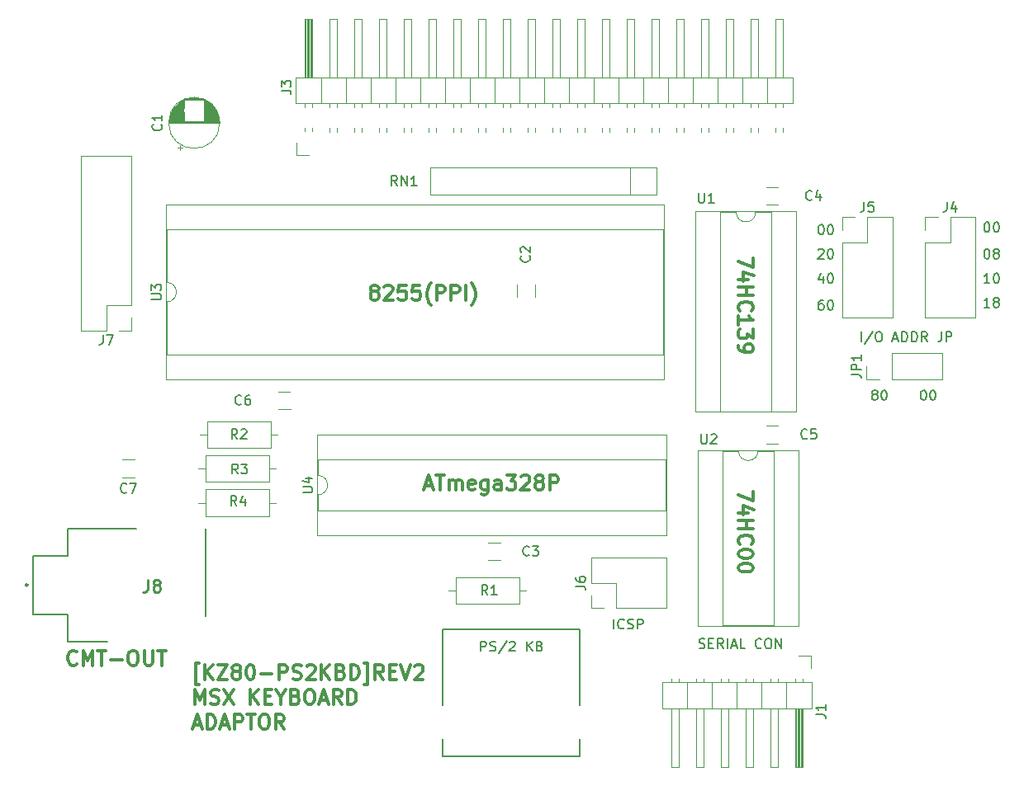
<source format=gto>
G04 #@! TF.GenerationSoftware,KiCad,Pcbnew,(5.1.4-0-10_14)*
G04 #@! TF.CreationDate,2021-08-12T19:57:57+09:00*
G04 #@! TF.ProjectId,KZ80-PS2KBD,4b5a3830-2d50-4533-924b-42442e6b6963,rev?*
G04 #@! TF.SameCoordinates,Original*
G04 #@! TF.FileFunction,Legend,Top*
G04 #@! TF.FilePolarity,Positive*
%FSLAX46Y46*%
G04 Gerber Fmt 4.6, Leading zero omitted, Abs format (unit mm)*
G04 Created by KiCad (PCBNEW (5.1.4-0-10_14)) date 2021-08-12 19:57:57*
%MOMM*%
%LPD*%
G04 APERTURE LIST*
%ADD10C,0.300000*%
%ADD11C,0.150000*%
%ADD12C,0.120000*%
%ADD13C,0.254000*%
%ADD14C,0.200000*%
%ADD15O,2.000000X2.000000*%
%ADD16C,2.000000*%
%ADD17O,3.400000X2.400000*%
%ADD18O,2.400000X3.400000*%
%ADD19C,3.600000*%
%ADD20R,2.000000X2.000000*%
%ADD21R,2.100000X2.100000*%
%ADD22O,2.100000X2.100000*%
%ADD23C,1.924000*%
%ADD24R,1.600000X3.200000*%
%ADD25R,3.200000X1.600000*%
G04 APERTURE END LIST*
D10*
X62464285Y-115535714D02*
X62392857Y-115607142D01*
X62178571Y-115678571D01*
X62035714Y-115678571D01*
X61821428Y-115607142D01*
X61678571Y-115464285D01*
X61607142Y-115321428D01*
X61535714Y-115035714D01*
X61535714Y-114821428D01*
X61607142Y-114535714D01*
X61678571Y-114392857D01*
X61821428Y-114250000D01*
X62035714Y-114178571D01*
X62178571Y-114178571D01*
X62392857Y-114250000D01*
X62464285Y-114321428D01*
X63107142Y-115678571D02*
X63107142Y-114178571D01*
X63607142Y-115250000D01*
X64107142Y-114178571D01*
X64107142Y-115678571D01*
X64607142Y-114178571D02*
X65464285Y-114178571D01*
X65035714Y-115678571D02*
X65035714Y-114178571D01*
X65964285Y-115107142D02*
X67107142Y-115107142D01*
X68107142Y-114178571D02*
X68392857Y-114178571D01*
X68535714Y-114250000D01*
X68678571Y-114392857D01*
X68750000Y-114678571D01*
X68750000Y-115178571D01*
X68678571Y-115464285D01*
X68535714Y-115607142D01*
X68392857Y-115678571D01*
X68107142Y-115678571D01*
X67964285Y-115607142D01*
X67821428Y-115464285D01*
X67750000Y-115178571D01*
X67750000Y-114678571D01*
X67821428Y-114392857D01*
X67964285Y-114250000D01*
X68107142Y-114178571D01*
X69392857Y-114178571D02*
X69392857Y-115392857D01*
X69464285Y-115535714D01*
X69535714Y-115607142D01*
X69678571Y-115678571D01*
X69964285Y-115678571D01*
X70107142Y-115607142D01*
X70178571Y-115535714D01*
X70250000Y-115392857D01*
X70250000Y-114178571D01*
X70750000Y-114178571D02*
X71607142Y-114178571D01*
X71178571Y-115678571D02*
X71178571Y-114178571D01*
D11*
X142880952Y-82452380D02*
X142880952Y-81452380D01*
X144071428Y-81404761D02*
X143214285Y-82690476D01*
X144595238Y-81452380D02*
X144785714Y-81452380D01*
X144880952Y-81500000D01*
X144976190Y-81595238D01*
X145023809Y-81785714D01*
X145023809Y-82119047D01*
X144976190Y-82309523D01*
X144880952Y-82404761D01*
X144785714Y-82452380D01*
X144595238Y-82452380D01*
X144500000Y-82404761D01*
X144404761Y-82309523D01*
X144357142Y-82119047D01*
X144357142Y-81785714D01*
X144404761Y-81595238D01*
X144500000Y-81500000D01*
X144595238Y-81452380D01*
X146166666Y-82166666D02*
X146642857Y-82166666D01*
X146071428Y-82452380D02*
X146404761Y-81452380D01*
X146738095Y-82452380D01*
X147071428Y-82452380D02*
X147071428Y-81452380D01*
X147309523Y-81452380D01*
X147452380Y-81500000D01*
X147547619Y-81595238D01*
X147595238Y-81690476D01*
X147642857Y-81880952D01*
X147642857Y-82023809D01*
X147595238Y-82214285D01*
X147547619Y-82309523D01*
X147452380Y-82404761D01*
X147309523Y-82452380D01*
X147071428Y-82452380D01*
X148071428Y-82452380D02*
X148071428Y-81452380D01*
X148309523Y-81452380D01*
X148452380Y-81500000D01*
X148547619Y-81595238D01*
X148595238Y-81690476D01*
X148642857Y-81880952D01*
X148642857Y-82023809D01*
X148595238Y-82214285D01*
X148547619Y-82309523D01*
X148452380Y-82404761D01*
X148309523Y-82452380D01*
X148071428Y-82452380D01*
X149642857Y-82452380D02*
X149309523Y-81976190D01*
X149071428Y-82452380D02*
X149071428Y-81452380D01*
X149452380Y-81452380D01*
X149547619Y-81500000D01*
X149595238Y-81547619D01*
X149642857Y-81642857D01*
X149642857Y-81785714D01*
X149595238Y-81880952D01*
X149547619Y-81928571D01*
X149452380Y-81976190D01*
X149071428Y-81976190D01*
X151119047Y-81452380D02*
X151119047Y-82166666D01*
X151071428Y-82309523D01*
X150976190Y-82404761D01*
X150833333Y-82452380D01*
X150738095Y-82452380D01*
X151595238Y-82452380D02*
X151595238Y-81452380D01*
X151976190Y-81452380D01*
X152071428Y-81500000D01*
X152119047Y-81547619D01*
X152166666Y-81642857D01*
X152166666Y-81785714D01*
X152119047Y-81880952D01*
X152071428Y-81928571D01*
X151976190Y-81976190D01*
X151595238Y-81976190D01*
X126261904Y-113904761D02*
X126404761Y-113952380D01*
X126642857Y-113952380D01*
X126738095Y-113904761D01*
X126785714Y-113857142D01*
X126833333Y-113761904D01*
X126833333Y-113666666D01*
X126785714Y-113571428D01*
X126738095Y-113523809D01*
X126642857Y-113476190D01*
X126452380Y-113428571D01*
X126357142Y-113380952D01*
X126309523Y-113333333D01*
X126261904Y-113238095D01*
X126261904Y-113142857D01*
X126309523Y-113047619D01*
X126357142Y-113000000D01*
X126452380Y-112952380D01*
X126690476Y-112952380D01*
X126833333Y-113000000D01*
X127261904Y-113428571D02*
X127595238Y-113428571D01*
X127738095Y-113952380D02*
X127261904Y-113952380D01*
X127261904Y-112952380D01*
X127738095Y-112952380D01*
X128738095Y-113952380D02*
X128404761Y-113476190D01*
X128166666Y-113952380D02*
X128166666Y-112952380D01*
X128547619Y-112952380D01*
X128642857Y-113000000D01*
X128690476Y-113047619D01*
X128738095Y-113142857D01*
X128738095Y-113285714D01*
X128690476Y-113380952D01*
X128642857Y-113428571D01*
X128547619Y-113476190D01*
X128166666Y-113476190D01*
X129166666Y-113952380D02*
X129166666Y-112952380D01*
X129595238Y-113666666D02*
X130071428Y-113666666D01*
X129500000Y-113952380D02*
X129833333Y-112952380D01*
X130166666Y-113952380D01*
X130976190Y-113952380D02*
X130500000Y-113952380D01*
X130500000Y-112952380D01*
X132642857Y-113857142D02*
X132595238Y-113904761D01*
X132452380Y-113952380D01*
X132357142Y-113952380D01*
X132214285Y-113904761D01*
X132119047Y-113809523D01*
X132071428Y-113714285D01*
X132023809Y-113523809D01*
X132023809Y-113380952D01*
X132071428Y-113190476D01*
X132119047Y-113095238D01*
X132214285Y-113000000D01*
X132357142Y-112952380D01*
X132452380Y-112952380D01*
X132595238Y-113000000D01*
X132642857Y-113047619D01*
X133261904Y-112952380D02*
X133452380Y-112952380D01*
X133547619Y-113000000D01*
X133642857Y-113095238D01*
X133690476Y-113285714D01*
X133690476Y-113619047D01*
X133642857Y-113809523D01*
X133547619Y-113904761D01*
X133452380Y-113952380D01*
X133261904Y-113952380D01*
X133166666Y-113904761D01*
X133071428Y-113809523D01*
X133023809Y-113619047D01*
X133023809Y-113285714D01*
X133071428Y-113095238D01*
X133166666Y-113000000D01*
X133261904Y-112952380D01*
X134119047Y-113952380D02*
X134119047Y-112952380D01*
X134690476Y-113952380D01*
X134690476Y-112952380D01*
D10*
X131821428Y-97821428D02*
X131821428Y-98821428D01*
X130321428Y-98178571D01*
X131321428Y-100035714D02*
X130321428Y-100035714D01*
X131892857Y-99678571D02*
X130821428Y-99321428D01*
X130821428Y-100250000D01*
X130321428Y-100821428D02*
X131821428Y-100821428D01*
X131107142Y-100821428D02*
X131107142Y-101678571D01*
X130321428Y-101678571D02*
X131821428Y-101678571D01*
X130464285Y-103250000D02*
X130392857Y-103178571D01*
X130321428Y-102964285D01*
X130321428Y-102821428D01*
X130392857Y-102607142D01*
X130535714Y-102464285D01*
X130678571Y-102392857D01*
X130964285Y-102321428D01*
X131178571Y-102321428D01*
X131464285Y-102392857D01*
X131607142Y-102464285D01*
X131750000Y-102607142D01*
X131821428Y-102821428D01*
X131821428Y-102964285D01*
X131750000Y-103178571D01*
X131678571Y-103250000D01*
X131821428Y-104178571D02*
X131821428Y-104321428D01*
X131750000Y-104464285D01*
X131678571Y-104535714D01*
X131535714Y-104607142D01*
X131250000Y-104678571D01*
X130892857Y-104678571D01*
X130607142Y-104607142D01*
X130464285Y-104535714D01*
X130392857Y-104464285D01*
X130321428Y-104321428D01*
X130321428Y-104178571D01*
X130392857Y-104035714D01*
X130464285Y-103964285D01*
X130607142Y-103892857D01*
X130892857Y-103821428D01*
X131250000Y-103821428D01*
X131535714Y-103892857D01*
X131678571Y-103964285D01*
X131750000Y-104035714D01*
X131821428Y-104178571D01*
X131821428Y-105607142D02*
X131821428Y-105750000D01*
X131750000Y-105892857D01*
X131678571Y-105964285D01*
X131535714Y-106035714D01*
X131250000Y-106107142D01*
X130892857Y-106107142D01*
X130607142Y-106035714D01*
X130464285Y-105964285D01*
X130392857Y-105892857D01*
X130321428Y-105750000D01*
X130321428Y-105607142D01*
X130392857Y-105464285D01*
X130464285Y-105392857D01*
X130607142Y-105321428D01*
X130892857Y-105250000D01*
X131250000Y-105250000D01*
X131535714Y-105321428D01*
X131678571Y-105392857D01*
X131750000Y-105464285D01*
X131821428Y-105607142D01*
X131821428Y-73857142D02*
X131821428Y-74857142D01*
X130321428Y-74214285D01*
X131321428Y-76071428D02*
X130321428Y-76071428D01*
X131892857Y-75714285D02*
X130821428Y-75357142D01*
X130821428Y-76285714D01*
X130321428Y-76857142D02*
X131821428Y-76857142D01*
X131107142Y-76857142D02*
X131107142Y-77714285D01*
X130321428Y-77714285D02*
X131821428Y-77714285D01*
X130464285Y-79285714D02*
X130392857Y-79214285D01*
X130321428Y-79000000D01*
X130321428Y-78857142D01*
X130392857Y-78642857D01*
X130535714Y-78500000D01*
X130678571Y-78428571D01*
X130964285Y-78357142D01*
X131178571Y-78357142D01*
X131464285Y-78428571D01*
X131607142Y-78500000D01*
X131750000Y-78642857D01*
X131821428Y-78857142D01*
X131821428Y-79000000D01*
X131750000Y-79214285D01*
X131678571Y-79285714D01*
X130321428Y-80714285D02*
X130321428Y-79857142D01*
X130321428Y-80285714D02*
X131821428Y-80285714D01*
X131607142Y-80142857D01*
X131464285Y-80000000D01*
X131392857Y-79857142D01*
X131821428Y-81214285D02*
X131821428Y-82142857D01*
X131250000Y-81642857D01*
X131250000Y-81857142D01*
X131178571Y-82000000D01*
X131107142Y-82071428D01*
X130964285Y-82142857D01*
X130607142Y-82142857D01*
X130464285Y-82071428D01*
X130392857Y-82000000D01*
X130321428Y-81857142D01*
X130321428Y-81428571D01*
X130392857Y-81285714D01*
X130464285Y-81214285D01*
X130321428Y-82857142D02*
X130321428Y-83142857D01*
X130392857Y-83285714D01*
X130464285Y-83357142D01*
X130678571Y-83500000D01*
X130964285Y-83571428D01*
X131535714Y-83571428D01*
X131678571Y-83500000D01*
X131750000Y-83428571D01*
X131821428Y-83285714D01*
X131821428Y-83000000D01*
X131750000Y-82857142D01*
X131678571Y-82785714D01*
X131535714Y-82714285D01*
X131178571Y-82714285D01*
X131035714Y-82785714D01*
X130964285Y-82857142D01*
X130892857Y-83000000D01*
X130892857Y-83285714D01*
X130964285Y-83428571D01*
X131035714Y-83500000D01*
X131178571Y-83571428D01*
X98178571Y-97250000D02*
X98892857Y-97250000D01*
X98035714Y-97678571D02*
X98535714Y-96178571D01*
X99035714Y-97678571D01*
X99321428Y-96178571D02*
X100178571Y-96178571D01*
X99750000Y-97678571D02*
X99750000Y-96178571D01*
X100678571Y-97678571D02*
X100678571Y-96678571D01*
X100678571Y-96821428D02*
X100750000Y-96750000D01*
X100892857Y-96678571D01*
X101107142Y-96678571D01*
X101250000Y-96750000D01*
X101321428Y-96892857D01*
X101321428Y-97678571D01*
X101321428Y-96892857D02*
X101392857Y-96750000D01*
X101535714Y-96678571D01*
X101750000Y-96678571D01*
X101892857Y-96750000D01*
X101964285Y-96892857D01*
X101964285Y-97678571D01*
X103250000Y-97607142D02*
X103107142Y-97678571D01*
X102821428Y-97678571D01*
X102678571Y-97607142D01*
X102607142Y-97464285D01*
X102607142Y-96892857D01*
X102678571Y-96750000D01*
X102821428Y-96678571D01*
X103107142Y-96678571D01*
X103250000Y-96750000D01*
X103321428Y-96892857D01*
X103321428Y-97035714D01*
X102607142Y-97178571D01*
X104607142Y-96678571D02*
X104607142Y-97892857D01*
X104535714Y-98035714D01*
X104464285Y-98107142D01*
X104321428Y-98178571D01*
X104107142Y-98178571D01*
X103964285Y-98107142D01*
X104607142Y-97607142D02*
X104464285Y-97678571D01*
X104178571Y-97678571D01*
X104035714Y-97607142D01*
X103964285Y-97535714D01*
X103892857Y-97392857D01*
X103892857Y-96964285D01*
X103964285Y-96821428D01*
X104035714Y-96750000D01*
X104178571Y-96678571D01*
X104464285Y-96678571D01*
X104607142Y-96750000D01*
X105964285Y-97678571D02*
X105964285Y-96892857D01*
X105892857Y-96750000D01*
X105750000Y-96678571D01*
X105464285Y-96678571D01*
X105321428Y-96750000D01*
X105964285Y-97607142D02*
X105821428Y-97678571D01*
X105464285Y-97678571D01*
X105321428Y-97607142D01*
X105250000Y-97464285D01*
X105250000Y-97321428D01*
X105321428Y-97178571D01*
X105464285Y-97107142D01*
X105821428Y-97107142D01*
X105964285Y-97035714D01*
X106535714Y-96178571D02*
X107464285Y-96178571D01*
X106964285Y-96750000D01*
X107178571Y-96750000D01*
X107321428Y-96821428D01*
X107392857Y-96892857D01*
X107464285Y-97035714D01*
X107464285Y-97392857D01*
X107392857Y-97535714D01*
X107321428Y-97607142D01*
X107178571Y-97678571D01*
X106750000Y-97678571D01*
X106607142Y-97607142D01*
X106535714Y-97535714D01*
X108035714Y-96321428D02*
X108107142Y-96250000D01*
X108250000Y-96178571D01*
X108607142Y-96178571D01*
X108750000Y-96250000D01*
X108821428Y-96321428D01*
X108892857Y-96464285D01*
X108892857Y-96607142D01*
X108821428Y-96821428D01*
X107964285Y-97678571D01*
X108892857Y-97678571D01*
X109750000Y-96821428D02*
X109607142Y-96750000D01*
X109535714Y-96678571D01*
X109464285Y-96535714D01*
X109464285Y-96464285D01*
X109535714Y-96321428D01*
X109607142Y-96250000D01*
X109750000Y-96178571D01*
X110035714Y-96178571D01*
X110178571Y-96250000D01*
X110250000Y-96321428D01*
X110321428Y-96464285D01*
X110321428Y-96535714D01*
X110250000Y-96678571D01*
X110178571Y-96750000D01*
X110035714Y-96821428D01*
X109750000Y-96821428D01*
X109607142Y-96892857D01*
X109535714Y-96964285D01*
X109464285Y-97107142D01*
X109464285Y-97392857D01*
X109535714Y-97535714D01*
X109607142Y-97607142D01*
X109750000Y-97678571D01*
X110035714Y-97678571D01*
X110178571Y-97607142D01*
X110250000Y-97535714D01*
X110321428Y-97392857D01*
X110321428Y-97107142D01*
X110250000Y-96964285D01*
X110178571Y-96892857D01*
X110035714Y-96821428D01*
X110964285Y-97678571D02*
X110964285Y-96178571D01*
X111535714Y-96178571D01*
X111678571Y-96250000D01*
X111750000Y-96321428D01*
X111821428Y-96464285D01*
X111821428Y-96678571D01*
X111750000Y-96821428D01*
X111678571Y-96892857D01*
X111535714Y-96964285D01*
X110964285Y-96964285D01*
X92857142Y-77321428D02*
X92714285Y-77250000D01*
X92642857Y-77178571D01*
X92571428Y-77035714D01*
X92571428Y-76964285D01*
X92642857Y-76821428D01*
X92714285Y-76750000D01*
X92857142Y-76678571D01*
X93142857Y-76678571D01*
X93285714Y-76750000D01*
X93357142Y-76821428D01*
X93428571Y-76964285D01*
X93428571Y-77035714D01*
X93357142Y-77178571D01*
X93285714Y-77250000D01*
X93142857Y-77321428D01*
X92857142Y-77321428D01*
X92714285Y-77392857D01*
X92642857Y-77464285D01*
X92571428Y-77607142D01*
X92571428Y-77892857D01*
X92642857Y-78035714D01*
X92714285Y-78107142D01*
X92857142Y-78178571D01*
X93142857Y-78178571D01*
X93285714Y-78107142D01*
X93357142Y-78035714D01*
X93428571Y-77892857D01*
X93428571Y-77607142D01*
X93357142Y-77464285D01*
X93285714Y-77392857D01*
X93142857Y-77321428D01*
X94000000Y-76821428D02*
X94071428Y-76750000D01*
X94214285Y-76678571D01*
X94571428Y-76678571D01*
X94714285Y-76750000D01*
X94785714Y-76821428D01*
X94857142Y-76964285D01*
X94857142Y-77107142D01*
X94785714Y-77321428D01*
X93928571Y-78178571D01*
X94857142Y-78178571D01*
X96214285Y-76678571D02*
X95500000Y-76678571D01*
X95428571Y-77392857D01*
X95500000Y-77321428D01*
X95642857Y-77250000D01*
X96000000Y-77250000D01*
X96142857Y-77321428D01*
X96214285Y-77392857D01*
X96285714Y-77535714D01*
X96285714Y-77892857D01*
X96214285Y-78035714D01*
X96142857Y-78107142D01*
X96000000Y-78178571D01*
X95642857Y-78178571D01*
X95500000Y-78107142D01*
X95428571Y-78035714D01*
X97642857Y-76678571D02*
X96928571Y-76678571D01*
X96857142Y-77392857D01*
X96928571Y-77321428D01*
X97071428Y-77250000D01*
X97428571Y-77250000D01*
X97571428Y-77321428D01*
X97642857Y-77392857D01*
X97714285Y-77535714D01*
X97714285Y-77892857D01*
X97642857Y-78035714D01*
X97571428Y-78107142D01*
X97428571Y-78178571D01*
X97071428Y-78178571D01*
X96928571Y-78107142D01*
X96857142Y-78035714D01*
X98785714Y-78750000D02*
X98714285Y-78678571D01*
X98571428Y-78464285D01*
X98500000Y-78321428D01*
X98428571Y-78107142D01*
X98357142Y-77750000D01*
X98357142Y-77464285D01*
X98428571Y-77107142D01*
X98500000Y-76892857D01*
X98571428Y-76750000D01*
X98714285Y-76535714D01*
X98785714Y-76464285D01*
X99357142Y-78178571D02*
X99357142Y-76678571D01*
X99928571Y-76678571D01*
X100071428Y-76750000D01*
X100142857Y-76821428D01*
X100214285Y-76964285D01*
X100214285Y-77178571D01*
X100142857Y-77321428D01*
X100071428Y-77392857D01*
X99928571Y-77464285D01*
X99357142Y-77464285D01*
X100857142Y-78178571D02*
X100857142Y-76678571D01*
X101428571Y-76678571D01*
X101571428Y-76750000D01*
X101642857Y-76821428D01*
X101714285Y-76964285D01*
X101714285Y-77178571D01*
X101642857Y-77321428D01*
X101571428Y-77392857D01*
X101428571Y-77464285D01*
X100857142Y-77464285D01*
X102357142Y-78178571D02*
X102357142Y-76678571D01*
X102928571Y-78750000D02*
X103000000Y-78678571D01*
X103142857Y-78464285D01*
X103214285Y-78321428D01*
X103285714Y-78107142D01*
X103357142Y-77750000D01*
X103357142Y-77464285D01*
X103285714Y-77107142D01*
X103214285Y-76892857D01*
X103142857Y-76750000D01*
X103000000Y-76535714D01*
X102928571Y-76464285D01*
D11*
X156059523Y-78952380D02*
X155488095Y-78952380D01*
X155773809Y-78952380D02*
X155773809Y-77952380D01*
X155678571Y-78095238D01*
X155583333Y-78190476D01*
X155488095Y-78238095D01*
X156630952Y-78380952D02*
X156535714Y-78333333D01*
X156488095Y-78285714D01*
X156440476Y-78190476D01*
X156440476Y-78142857D01*
X156488095Y-78047619D01*
X156535714Y-78000000D01*
X156630952Y-77952380D01*
X156821428Y-77952380D01*
X156916666Y-78000000D01*
X156964285Y-78047619D01*
X157011904Y-78142857D01*
X157011904Y-78190476D01*
X156964285Y-78285714D01*
X156916666Y-78333333D01*
X156821428Y-78380952D01*
X156630952Y-78380952D01*
X156535714Y-78428571D01*
X156488095Y-78476190D01*
X156440476Y-78571428D01*
X156440476Y-78761904D01*
X156488095Y-78857142D01*
X156535714Y-78904761D01*
X156630952Y-78952380D01*
X156821428Y-78952380D01*
X156916666Y-78904761D01*
X156964285Y-78857142D01*
X157011904Y-78761904D01*
X157011904Y-78571428D01*
X156964285Y-78476190D01*
X156916666Y-78428571D01*
X156821428Y-78380952D01*
X156059523Y-76452380D02*
X155488095Y-76452380D01*
X155773809Y-76452380D02*
X155773809Y-75452380D01*
X155678571Y-75595238D01*
X155583333Y-75690476D01*
X155488095Y-75738095D01*
X156678571Y-75452380D02*
X156773809Y-75452380D01*
X156869047Y-75500000D01*
X156916666Y-75547619D01*
X156964285Y-75642857D01*
X157011904Y-75833333D01*
X157011904Y-76071428D01*
X156964285Y-76261904D01*
X156916666Y-76357142D01*
X156869047Y-76404761D01*
X156773809Y-76452380D01*
X156678571Y-76452380D01*
X156583333Y-76404761D01*
X156535714Y-76357142D01*
X156488095Y-76261904D01*
X156440476Y-76071428D01*
X156440476Y-75833333D01*
X156488095Y-75642857D01*
X156535714Y-75547619D01*
X156583333Y-75500000D01*
X156678571Y-75452380D01*
X155726190Y-72952380D02*
X155821428Y-72952380D01*
X155916666Y-73000000D01*
X155964285Y-73047619D01*
X156011904Y-73142857D01*
X156059523Y-73333333D01*
X156059523Y-73571428D01*
X156011904Y-73761904D01*
X155964285Y-73857142D01*
X155916666Y-73904761D01*
X155821428Y-73952380D01*
X155726190Y-73952380D01*
X155630952Y-73904761D01*
X155583333Y-73857142D01*
X155535714Y-73761904D01*
X155488095Y-73571428D01*
X155488095Y-73333333D01*
X155535714Y-73142857D01*
X155583333Y-73047619D01*
X155630952Y-73000000D01*
X155726190Y-72952380D01*
X156630952Y-73380952D02*
X156535714Y-73333333D01*
X156488095Y-73285714D01*
X156440476Y-73190476D01*
X156440476Y-73142857D01*
X156488095Y-73047619D01*
X156535714Y-73000000D01*
X156630952Y-72952380D01*
X156821428Y-72952380D01*
X156916666Y-73000000D01*
X156964285Y-73047619D01*
X157011904Y-73142857D01*
X157011904Y-73190476D01*
X156964285Y-73285714D01*
X156916666Y-73333333D01*
X156821428Y-73380952D01*
X156630952Y-73380952D01*
X156535714Y-73428571D01*
X156488095Y-73476190D01*
X156440476Y-73571428D01*
X156440476Y-73761904D01*
X156488095Y-73857142D01*
X156535714Y-73904761D01*
X156630952Y-73952380D01*
X156821428Y-73952380D01*
X156916666Y-73904761D01*
X156964285Y-73857142D01*
X157011904Y-73761904D01*
X157011904Y-73571428D01*
X156964285Y-73476190D01*
X156916666Y-73428571D01*
X156821428Y-73380952D01*
X155726190Y-70202380D02*
X155821428Y-70202380D01*
X155916666Y-70250000D01*
X155964285Y-70297619D01*
X156011904Y-70392857D01*
X156059523Y-70583333D01*
X156059523Y-70821428D01*
X156011904Y-71011904D01*
X155964285Y-71107142D01*
X155916666Y-71154761D01*
X155821428Y-71202380D01*
X155726190Y-71202380D01*
X155630952Y-71154761D01*
X155583333Y-71107142D01*
X155535714Y-71011904D01*
X155488095Y-70821428D01*
X155488095Y-70583333D01*
X155535714Y-70392857D01*
X155583333Y-70297619D01*
X155630952Y-70250000D01*
X155726190Y-70202380D01*
X156678571Y-70202380D02*
X156773809Y-70202380D01*
X156869047Y-70250000D01*
X156916666Y-70297619D01*
X156964285Y-70392857D01*
X157011904Y-70583333D01*
X157011904Y-70821428D01*
X156964285Y-71011904D01*
X156916666Y-71107142D01*
X156869047Y-71154761D01*
X156773809Y-71202380D01*
X156678571Y-71202380D01*
X156583333Y-71154761D01*
X156535714Y-71107142D01*
X156488095Y-71011904D01*
X156440476Y-70821428D01*
X156440476Y-70583333D01*
X156488095Y-70392857D01*
X156535714Y-70297619D01*
X156583333Y-70250000D01*
X156678571Y-70202380D01*
X138964285Y-78202380D02*
X138773809Y-78202380D01*
X138678571Y-78250000D01*
X138630952Y-78297619D01*
X138535714Y-78440476D01*
X138488095Y-78630952D01*
X138488095Y-79011904D01*
X138535714Y-79107142D01*
X138583333Y-79154761D01*
X138678571Y-79202380D01*
X138869047Y-79202380D01*
X138964285Y-79154761D01*
X139011904Y-79107142D01*
X139059523Y-79011904D01*
X139059523Y-78773809D01*
X139011904Y-78678571D01*
X138964285Y-78630952D01*
X138869047Y-78583333D01*
X138678571Y-78583333D01*
X138583333Y-78630952D01*
X138535714Y-78678571D01*
X138488095Y-78773809D01*
X139678571Y-78202380D02*
X139773809Y-78202380D01*
X139869047Y-78250000D01*
X139916666Y-78297619D01*
X139964285Y-78392857D01*
X140011904Y-78583333D01*
X140011904Y-78821428D01*
X139964285Y-79011904D01*
X139916666Y-79107142D01*
X139869047Y-79154761D01*
X139773809Y-79202380D01*
X139678571Y-79202380D01*
X139583333Y-79154761D01*
X139535714Y-79107142D01*
X139488095Y-79011904D01*
X139440476Y-78821428D01*
X139440476Y-78583333D01*
X139488095Y-78392857D01*
X139535714Y-78297619D01*
X139583333Y-78250000D01*
X139678571Y-78202380D01*
X138964285Y-75785714D02*
X138964285Y-76452380D01*
X138726190Y-75404761D02*
X138488095Y-76119047D01*
X139107142Y-76119047D01*
X139678571Y-75452380D02*
X139773809Y-75452380D01*
X139869047Y-75500000D01*
X139916666Y-75547619D01*
X139964285Y-75642857D01*
X140011904Y-75833333D01*
X140011904Y-76071428D01*
X139964285Y-76261904D01*
X139916666Y-76357142D01*
X139869047Y-76404761D01*
X139773809Y-76452380D01*
X139678571Y-76452380D01*
X139583333Y-76404761D01*
X139535714Y-76357142D01*
X139488095Y-76261904D01*
X139440476Y-76071428D01*
X139440476Y-75833333D01*
X139488095Y-75642857D01*
X139535714Y-75547619D01*
X139583333Y-75500000D01*
X139678571Y-75452380D01*
X138488095Y-73047619D02*
X138535714Y-73000000D01*
X138630952Y-72952380D01*
X138869047Y-72952380D01*
X138964285Y-73000000D01*
X139011904Y-73047619D01*
X139059523Y-73142857D01*
X139059523Y-73238095D01*
X139011904Y-73380952D01*
X138440476Y-73952380D01*
X139059523Y-73952380D01*
X139678571Y-72952380D02*
X139773809Y-72952380D01*
X139869047Y-73000000D01*
X139916666Y-73047619D01*
X139964285Y-73142857D01*
X140011904Y-73333333D01*
X140011904Y-73571428D01*
X139964285Y-73761904D01*
X139916666Y-73857142D01*
X139869047Y-73904761D01*
X139773809Y-73952380D01*
X139678571Y-73952380D01*
X139583333Y-73904761D01*
X139535714Y-73857142D01*
X139488095Y-73761904D01*
X139440476Y-73571428D01*
X139440476Y-73333333D01*
X139488095Y-73142857D01*
X139535714Y-73047619D01*
X139583333Y-73000000D01*
X139678571Y-72952380D01*
X138726190Y-70452380D02*
X138821428Y-70452380D01*
X138916666Y-70500000D01*
X138964285Y-70547619D01*
X139011904Y-70642857D01*
X139059523Y-70833333D01*
X139059523Y-71071428D01*
X139011904Y-71261904D01*
X138964285Y-71357142D01*
X138916666Y-71404761D01*
X138821428Y-71452380D01*
X138726190Y-71452380D01*
X138630952Y-71404761D01*
X138583333Y-71357142D01*
X138535714Y-71261904D01*
X138488095Y-71071428D01*
X138488095Y-70833333D01*
X138535714Y-70642857D01*
X138583333Y-70547619D01*
X138630952Y-70500000D01*
X138726190Y-70452380D01*
X139678571Y-70452380D02*
X139773809Y-70452380D01*
X139869047Y-70500000D01*
X139916666Y-70547619D01*
X139964285Y-70642857D01*
X140011904Y-70833333D01*
X140011904Y-71071428D01*
X139964285Y-71261904D01*
X139916666Y-71357142D01*
X139869047Y-71404761D01*
X139773809Y-71452380D01*
X139678571Y-71452380D01*
X139583333Y-71404761D01*
X139535714Y-71357142D01*
X139488095Y-71261904D01*
X139440476Y-71071428D01*
X139440476Y-70833333D01*
X139488095Y-70642857D01*
X139535714Y-70547619D01*
X139583333Y-70500000D01*
X139678571Y-70452380D01*
X149226190Y-87452380D02*
X149321428Y-87452380D01*
X149416666Y-87500000D01*
X149464285Y-87547619D01*
X149511904Y-87642857D01*
X149559523Y-87833333D01*
X149559523Y-88071428D01*
X149511904Y-88261904D01*
X149464285Y-88357142D01*
X149416666Y-88404761D01*
X149321428Y-88452380D01*
X149226190Y-88452380D01*
X149130952Y-88404761D01*
X149083333Y-88357142D01*
X149035714Y-88261904D01*
X148988095Y-88071428D01*
X148988095Y-87833333D01*
X149035714Y-87642857D01*
X149083333Y-87547619D01*
X149130952Y-87500000D01*
X149226190Y-87452380D01*
X150178571Y-87452380D02*
X150273809Y-87452380D01*
X150369047Y-87500000D01*
X150416666Y-87547619D01*
X150464285Y-87642857D01*
X150511904Y-87833333D01*
X150511904Y-88071428D01*
X150464285Y-88261904D01*
X150416666Y-88357142D01*
X150369047Y-88404761D01*
X150273809Y-88452380D01*
X150178571Y-88452380D01*
X150083333Y-88404761D01*
X150035714Y-88357142D01*
X149988095Y-88261904D01*
X149940476Y-88071428D01*
X149940476Y-87833333D01*
X149988095Y-87642857D01*
X150035714Y-87547619D01*
X150083333Y-87500000D01*
X150178571Y-87452380D01*
X144178571Y-87880952D02*
X144083333Y-87833333D01*
X144035714Y-87785714D01*
X143988095Y-87690476D01*
X143988095Y-87642857D01*
X144035714Y-87547619D01*
X144083333Y-87500000D01*
X144178571Y-87452380D01*
X144369047Y-87452380D01*
X144464285Y-87500000D01*
X144511904Y-87547619D01*
X144559523Y-87642857D01*
X144559523Y-87690476D01*
X144511904Y-87785714D01*
X144464285Y-87833333D01*
X144369047Y-87880952D01*
X144178571Y-87880952D01*
X144083333Y-87928571D01*
X144035714Y-87976190D01*
X143988095Y-88071428D01*
X143988095Y-88261904D01*
X144035714Y-88357142D01*
X144083333Y-88404761D01*
X144178571Y-88452380D01*
X144369047Y-88452380D01*
X144464285Y-88404761D01*
X144511904Y-88357142D01*
X144559523Y-88261904D01*
X144559523Y-88071428D01*
X144511904Y-87976190D01*
X144464285Y-87928571D01*
X144369047Y-87880952D01*
X145178571Y-87452380D02*
X145273809Y-87452380D01*
X145369047Y-87500000D01*
X145416666Y-87547619D01*
X145464285Y-87642857D01*
X145511904Y-87833333D01*
X145511904Y-88071428D01*
X145464285Y-88261904D01*
X145416666Y-88357142D01*
X145369047Y-88404761D01*
X145273809Y-88452380D01*
X145178571Y-88452380D01*
X145083333Y-88404761D01*
X145035714Y-88357142D01*
X144988095Y-88261904D01*
X144940476Y-88071428D01*
X144940476Y-87833333D01*
X144988095Y-87642857D01*
X145035714Y-87547619D01*
X145083333Y-87500000D01*
X145178571Y-87452380D01*
X117523809Y-111952380D02*
X117523809Y-110952380D01*
X118571428Y-111857142D02*
X118523809Y-111904761D01*
X118380952Y-111952380D01*
X118285714Y-111952380D01*
X118142857Y-111904761D01*
X118047619Y-111809523D01*
X118000000Y-111714285D01*
X117952380Y-111523809D01*
X117952380Y-111380952D01*
X118000000Y-111190476D01*
X118047619Y-111095238D01*
X118142857Y-111000000D01*
X118285714Y-110952380D01*
X118380952Y-110952380D01*
X118523809Y-111000000D01*
X118571428Y-111047619D01*
X118952380Y-111904761D02*
X119095238Y-111952380D01*
X119333333Y-111952380D01*
X119428571Y-111904761D01*
X119476190Y-111857142D01*
X119523809Y-111761904D01*
X119523809Y-111666666D01*
X119476190Y-111571428D01*
X119428571Y-111523809D01*
X119333333Y-111476190D01*
X119142857Y-111428571D01*
X119047619Y-111380952D01*
X119000000Y-111333333D01*
X118952380Y-111238095D01*
X118952380Y-111142857D01*
X119000000Y-111047619D01*
X119047619Y-111000000D01*
X119142857Y-110952380D01*
X119380952Y-110952380D01*
X119523809Y-111000000D01*
X119952380Y-111952380D02*
X119952380Y-110952380D01*
X120333333Y-110952380D01*
X120428571Y-111000000D01*
X120476190Y-111047619D01*
X120523809Y-111142857D01*
X120523809Y-111285714D01*
X120476190Y-111380952D01*
X120428571Y-111428571D01*
X120333333Y-111476190D01*
X119952380Y-111476190D01*
D10*
X74980714Y-117628571D02*
X74623571Y-117628571D01*
X74623571Y-115485714D01*
X74980714Y-115485714D01*
X75552142Y-117128571D02*
X75552142Y-115628571D01*
X76409285Y-117128571D02*
X75766428Y-116271428D01*
X76409285Y-115628571D02*
X75552142Y-116485714D01*
X76909285Y-115628571D02*
X77909285Y-115628571D01*
X76909285Y-117128571D01*
X77909285Y-117128571D01*
X78695000Y-116271428D02*
X78552142Y-116200000D01*
X78480714Y-116128571D01*
X78409285Y-115985714D01*
X78409285Y-115914285D01*
X78480714Y-115771428D01*
X78552142Y-115700000D01*
X78695000Y-115628571D01*
X78980714Y-115628571D01*
X79123571Y-115700000D01*
X79195000Y-115771428D01*
X79266428Y-115914285D01*
X79266428Y-115985714D01*
X79195000Y-116128571D01*
X79123571Y-116200000D01*
X78980714Y-116271428D01*
X78695000Y-116271428D01*
X78552142Y-116342857D01*
X78480714Y-116414285D01*
X78409285Y-116557142D01*
X78409285Y-116842857D01*
X78480714Y-116985714D01*
X78552142Y-117057142D01*
X78695000Y-117128571D01*
X78980714Y-117128571D01*
X79123571Y-117057142D01*
X79195000Y-116985714D01*
X79266428Y-116842857D01*
X79266428Y-116557142D01*
X79195000Y-116414285D01*
X79123571Y-116342857D01*
X78980714Y-116271428D01*
X80195000Y-115628571D02*
X80337857Y-115628571D01*
X80480714Y-115700000D01*
X80552142Y-115771428D01*
X80623571Y-115914285D01*
X80695000Y-116200000D01*
X80695000Y-116557142D01*
X80623571Y-116842857D01*
X80552142Y-116985714D01*
X80480714Y-117057142D01*
X80337857Y-117128571D01*
X80195000Y-117128571D01*
X80052142Y-117057142D01*
X79980714Y-116985714D01*
X79909285Y-116842857D01*
X79837857Y-116557142D01*
X79837857Y-116200000D01*
X79909285Y-115914285D01*
X79980714Y-115771428D01*
X80052142Y-115700000D01*
X80195000Y-115628571D01*
X81337857Y-116557142D02*
X82480714Y-116557142D01*
X83195000Y-117128571D02*
X83195000Y-115628571D01*
X83766428Y-115628571D01*
X83909285Y-115700000D01*
X83980714Y-115771428D01*
X84052142Y-115914285D01*
X84052142Y-116128571D01*
X83980714Y-116271428D01*
X83909285Y-116342857D01*
X83766428Y-116414285D01*
X83195000Y-116414285D01*
X84623571Y-117057142D02*
X84837857Y-117128571D01*
X85195000Y-117128571D01*
X85337857Y-117057142D01*
X85409285Y-116985714D01*
X85480714Y-116842857D01*
X85480714Y-116700000D01*
X85409285Y-116557142D01*
X85337857Y-116485714D01*
X85195000Y-116414285D01*
X84909285Y-116342857D01*
X84766428Y-116271428D01*
X84695000Y-116200000D01*
X84623571Y-116057142D01*
X84623571Y-115914285D01*
X84695000Y-115771428D01*
X84766428Y-115700000D01*
X84909285Y-115628571D01*
X85266428Y-115628571D01*
X85480714Y-115700000D01*
X86052142Y-115771428D02*
X86123571Y-115700000D01*
X86266428Y-115628571D01*
X86623571Y-115628571D01*
X86766428Y-115700000D01*
X86837857Y-115771428D01*
X86909285Y-115914285D01*
X86909285Y-116057142D01*
X86837857Y-116271428D01*
X85980714Y-117128571D01*
X86909285Y-117128571D01*
X87552142Y-117128571D02*
X87552142Y-115628571D01*
X88409285Y-117128571D02*
X87766428Y-116271428D01*
X88409285Y-115628571D02*
X87552142Y-116485714D01*
X89552142Y-116342857D02*
X89766428Y-116414285D01*
X89837857Y-116485714D01*
X89909285Y-116628571D01*
X89909285Y-116842857D01*
X89837857Y-116985714D01*
X89766428Y-117057142D01*
X89623571Y-117128571D01*
X89052142Y-117128571D01*
X89052142Y-115628571D01*
X89552142Y-115628571D01*
X89695000Y-115700000D01*
X89766428Y-115771428D01*
X89837857Y-115914285D01*
X89837857Y-116057142D01*
X89766428Y-116200000D01*
X89695000Y-116271428D01*
X89552142Y-116342857D01*
X89052142Y-116342857D01*
X90552142Y-117128571D02*
X90552142Y-115628571D01*
X90909285Y-115628571D01*
X91123571Y-115700000D01*
X91266428Y-115842857D01*
X91337857Y-115985714D01*
X91409285Y-116271428D01*
X91409285Y-116485714D01*
X91337857Y-116771428D01*
X91266428Y-116914285D01*
X91123571Y-117057142D01*
X90909285Y-117128571D01*
X90552142Y-117128571D01*
X91909285Y-117628571D02*
X92266428Y-117628571D01*
X92266428Y-115485714D01*
X91909285Y-115485714D01*
X93909285Y-117128571D02*
X93409285Y-116414285D01*
X93052142Y-117128571D02*
X93052142Y-115628571D01*
X93623571Y-115628571D01*
X93766428Y-115700000D01*
X93837857Y-115771428D01*
X93909285Y-115914285D01*
X93909285Y-116128571D01*
X93837857Y-116271428D01*
X93766428Y-116342857D01*
X93623571Y-116414285D01*
X93052142Y-116414285D01*
X94552142Y-116342857D02*
X95052142Y-116342857D01*
X95266428Y-117128571D02*
X94552142Y-117128571D01*
X94552142Y-115628571D01*
X95266428Y-115628571D01*
X95695000Y-115628571D02*
X96195000Y-117128571D01*
X96695000Y-115628571D01*
X97123571Y-115771428D02*
X97195000Y-115700000D01*
X97337857Y-115628571D01*
X97695000Y-115628571D01*
X97837857Y-115700000D01*
X97909285Y-115771428D01*
X97980714Y-115914285D01*
X97980714Y-116057142D01*
X97909285Y-116271428D01*
X97052142Y-117128571D01*
X97980714Y-117128571D01*
X74552142Y-119678571D02*
X74552142Y-118178571D01*
X75052142Y-119250000D01*
X75552142Y-118178571D01*
X75552142Y-119678571D01*
X76195000Y-119607142D02*
X76409285Y-119678571D01*
X76766428Y-119678571D01*
X76909285Y-119607142D01*
X76980714Y-119535714D01*
X77052142Y-119392857D01*
X77052142Y-119250000D01*
X76980714Y-119107142D01*
X76909285Y-119035714D01*
X76766428Y-118964285D01*
X76480714Y-118892857D01*
X76337857Y-118821428D01*
X76266428Y-118750000D01*
X76195000Y-118607142D01*
X76195000Y-118464285D01*
X76266428Y-118321428D01*
X76337857Y-118250000D01*
X76480714Y-118178571D01*
X76837857Y-118178571D01*
X77052142Y-118250000D01*
X77552142Y-118178571D02*
X78552142Y-119678571D01*
X78552142Y-118178571D02*
X77552142Y-119678571D01*
X80266428Y-119678571D02*
X80266428Y-118178571D01*
X81123571Y-119678571D02*
X80480714Y-118821428D01*
X81123571Y-118178571D02*
X80266428Y-119035714D01*
X81766428Y-118892857D02*
X82266428Y-118892857D01*
X82480714Y-119678571D02*
X81766428Y-119678571D01*
X81766428Y-118178571D01*
X82480714Y-118178571D01*
X83409285Y-118964285D02*
X83409285Y-119678571D01*
X82909285Y-118178571D02*
X83409285Y-118964285D01*
X83909285Y-118178571D01*
X84909285Y-118892857D02*
X85123571Y-118964285D01*
X85195000Y-119035714D01*
X85266428Y-119178571D01*
X85266428Y-119392857D01*
X85195000Y-119535714D01*
X85123571Y-119607142D01*
X84980714Y-119678571D01*
X84409285Y-119678571D01*
X84409285Y-118178571D01*
X84909285Y-118178571D01*
X85052142Y-118250000D01*
X85123571Y-118321428D01*
X85195000Y-118464285D01*
X85195000Y-118607142D01*
X85123571Y-118750000D01*
X85052142Y-118821428D01*
X84909285Y-118892857D01*
X84409285Y-118892857D01*
X86195000Y-118178571D02*
X86480714Y-118178571D01*
X86623571Y-118250000D01*
X86766428Y-118392857D01*
X86837857Y-118678571D01*
X86837857Y-119178571D01*
X86766428Y-119464285D01*
X86623571Y-119607142D01*
X86480714Y-119678571D01*
X86195000Y-119678571D01*
X86052142Y-119607142D01*
X85909285Y-119464285D01*
X85837857Y-119178571D01*
X85837857Y-118678571D01*
X85909285Y-118392857D01*
X86052142Y-118250000D01*
X86195000Y-118178571D01*
X87409285Y-119250000D02*
X88123571Y-119250000D01*
X87266428Y-119678571D02*
X87766428Y-118178571D01*
X88266428Y-119678571D01*
X89623571Y-119678571D02*
X89123571Y-118964285D01*
X88766428Y-119678571D02*
X88766428Y-118178571D01*
X89337857Y-118178571D01*
X89480714Y-118250000D01*
X89552142Y-118321428D01*
X89623571Y-118464285D01*
X89623571Y-118678571D01*
X89552142Y-118821428D01*
X89480714Y-118892857D01*
X89337857Y-118964285D01*
X88766428Y-118964285D01*
X90266428Y-119678571D02*
X90266428Y-118178571D01*
X90623571Y-118178571D01*
X90837857Y-118250000D01*
X90980714Y-118392857D01*
X91052142Y-118535714D01*
X91123571Y-118821428D01*
X91123571Y-119035714D01*
X91052142Y-119321428D01*
X90980714Y-119464285D01*
X90837857Y-119607142D01*
X90623571Y-119678571D01*
X90266428Y-119678571D01*
X74480714Y-121800000D02*
X75195000Y-121800000D01*
X74337857Y-122228571D02*
X74837857Y-120728571D01*
X75337857Y-122228571D01*
X75837857Y-122228571D02*
X75837857Y-120728571D01*
X76195000Y-120728571D01*
X76409285Y-120800000D01*
X76552142Y-120942857D01*
X76623571Y-121085714D01*
X76695000Y-121371428D01*
X76695000Y-121585714D01*
X76623571Y-121871428D01*
X76552142Y-122014285D01*
X76409285Y-122157142D01*
X76195000Y-122228571D01*
X75837857Y-122228571D01*
X77266428Y-121800000D02*
X77980714Y-121800000D01*
X77123571Y-122228571D02*
X77623571Y-120728571D01*
X78123571Y-122228571D01*
X78623571Y-122228571D02*
X78623571Y-120728571D01*
X79195000Y-120728571D01*
X79337857Y-120800000D01*
X79409285Y-120871428D01*
X79480714Y-121014285D01*
X79480714Y-121228571D01*
X79409285Y-121371428D01*
X79337857Y-121442857D01*
X79195000Y-121514285D01*
X78623571Y-121514285D01*
X79909285Y-120728571D02*
X80766428Y-120728571D01*
X80337857Y-122228571D02*
X80337857Y-120728571D01*
X81552142Y-120728571D02*
X81837857Y-120728571D01*
X81980714Y-120800000D01*
X82123571Y-120942857D01*
X82195000Y-121228571D01*
X82195000Y-121728571D01*
X82123571Y-122014285D01*
X81980714Y-122157142D01*
X81837857Y-122228571D01*
X81552142Y-122228571D01*
X81409285Y-122157142D01*
X81266428Y-122014285D01*
X81195000Y-121728571D01*
X81195000Y-121228571D01*
X81266428Y-120942857D01*
X81409285Y-120800000D01*
X81552142Y-120728571D01*
X83695000Y-122228571D02*
X83195000Y-121514285D01*
X82837857Y-122228571D02*
X82837857Y-120728571D01*
X83409285Y-120728571D01*
X83552142Y-120800000D01*
X83623571Y-120871428D01*
X83695000Y-121014285D01*
X83695000Y-121228571D01*
X83623571Y-121371428D01*
X83552142Y-121442857D01*
X83409285Y-121514285D01*
X82837857Y-121514285D01*
D12*
X74880000Y-99000000D02*
X75650000Y-99000000D01*
X82960000Y-99000000D02*
X82190000Y-99000000D01*
X75650000Y-100370000D02*
X82190000Y-100370000D01*
X75650000Y-97630000D02*
X75650000Y-100370000D01*
X82190000Y-97630000D02*
X75650000Y-97630000D01*
X82190000Y-100370000D02*
X82190000Y-97630000D01*
X74880000Y-95500000D02*
X75650000Y-95500000D01*
X82960000Y-95500000D02*
X82190000Y-95500000D01*
X75650000Y-96870000D02*
X82190000Y-96870000D01*
X75650000Y-94130000D02*
X75650000Y-96870000D01*
X82190000Y-94130000D02*
X75650000Y-94130000D01*
X82190000Y-96870000D02*
X82190000Y-94130000D01*
X83120000Y-92000000D02*
X82350000Y-92000000D01*
X75040000Y-92000000D02*
X75810000Y-92000000D01*
X82350000Y-90630000D02*
X75810000Y-90630000D01*
X82350000Y-93370000D02*
X82350000Y-90630000D01*
X75810000Y-93370000D02*
X82350000Y-93370000D01*
X75810000Y-90630000D02*
X75810000Y-93370000D01*
D13*
X57424000Y-107449000D02*
G75*
G03X57424000Y-107449000I-103000J0D01*
G01*
D14*
X75700000Y-101700000D02*
X75700000Y-110628000D01*
X61500000Y-113300000D02*
X65605000Y-113300000D01*
X61500000Y-110500000D02*
X61500000Y-113300000D01*
X58000000Y-110500000D02*
X61500000Y-110500000D01*
X58000000Y-104500000D02*
X58000000Y-110500000D01*
X61500000Y-104500000D02*
X58000000Y-104500000D01*
X61500000Y-101700000D02*
X61500000Y-104500000D01*
X68600000Y-101700000D02*
X61500000Y-101700000D01*
D12*
X68379000Y-94580000D02*
X67121000Y-94580000D01*
X68379000Y-96420000D02*
X67121000Y-96420000D01*
X84379000Y-87580000D02*
X83121000Y-87580000D01*
X84379000Y-89420000D02*
X83121000Y-89420000D01*
X77120000Y-60000000D02*
G75*
G03X77120000Y-60000000I-2620000J0D01*
G01*
X71920000Y-60000000D02*
X77080000Y-60000000D01*
X71920000Y-59960000D02*
X77080000Y-59960000D01*
X71921000Y-59920000D02*
X77079000Y-59920000D01*
X71922000Y-59880000D02*
X77078000Y-59880000D01*
X71924000Y-59840000D02*
X77076000Y-59840000D01*
X71927000Y-59800000D02*
X77073000Y-59800000D01*
X71931000Y-59760000D02*
X73460000Y-59760000D01*
X75540000Y-59760000D02*
X77069000Y-59760000D01*
X71935000Y-59720000D02*
X73460000Y-59720000D01*
X75540000Y-59720000D02*
X77065000Y-59720000D01*
X71939000Y-59680000D02*
X73460000Y-59680000D01*
X75540000Y-59680000D02*
X77061000Y-59680000D01*
X71944000Y-59640000D02*
X73460000Y-59640000D01*
X75540000Y-59640000D02*
X77056000Y-59640000D01*
X71950000Y-59600000D02*
X73460000Y-59600000D01*
X75540000Y-59600000D02*
X77050000Y-59600000D01*
X71957000Y-59560000D02*
X73460000Y-59560000D01*
X75540000Y-59560000D02*
X77043000Y-59560000D01*
X71964000Y-59520000D02*
X73460000Y-59520000D01*
X75540000Y-59520000D02*
X77036000Y-59520000D01*
X71972000Y-59480000D02*
X73460000Y-59480000D01*
X75540000Y-59480000D02*
X77028000Y-59480000D01*
X71980000Y-59440000D02*
X73460000Y-59440000D01*
X75540000Y-59440000D02*
X77020000Y-59440000D01*
X71989000Y-59400000D02*
X73460000Y-59400000D01*
X75540000Y-59400000D02*
X77011000Y-59400000D01*
X71999000Y-59360000D02*
X73460000Y-59360000D01*
X75540000Y-59360000D02*
X77001000Y-59360000D01*
X72009000Y-59320000D02*
X73460000Y-59320000D01*
X75540000Y-59320000D02*
X76991000Y-59320000D01*
X72020000Y-59279000D02*
X73460000Y-59279000D01*
X75540000Y-59279000D02*
X76980000Y-59279000D01*
X72032000Y-59239000D02*
X73460000Y-59239000D01*
X75540000Y-59239000D02*
X76968000Y-59239000D01*
X72045000Y-59199000D02*
X73460000Y-59199000D01*
X75540000Y-59199000D02*
X76955000Y-59199000D01*
X72058000Y-59159000D02*
X73460000Y-59159000D01*
X75540000Y-59159000D02*
X76942000Y-59159000D01*
X72072000Y-59119000D02*
X73460000Y-59119000D01*
X75540000Y-59119000D02*
X76928000Y-59119000D01*
X72086000Y-59079000D02*
X73460000Y-59079000D01*
X75540000Y-59079000D02*
X76914000Y-59079000D01*
X72102000Y-59039000D02*
X73460000Y-59039000D01*
X75540000Y-59039000D02*
X76898000Y-59039000D01*
X72118000Y-58999000D02*
X73460000Y-58999000D01*
X75540000Y-58999000D02*
X76882000Y-58999000D01*
X72135000Y-58959000D02*
X73460000Y-58959000D01*
X75540000Y-58959000D02*
X76865000Y-58959000D01*
X72152000Y-58919000D02*
X73460000Y-58919000D01*
X75540000Y-58919000D02*
X76848000Y-58919000D01*
X72171000Y-58879000D02*
X73460000Y-58879000D01*
X75540000Y-58879000D02*
X76829000Y-58879000D01*
X72190000Y-58839000D02*
X73460000Y-58839000D01*
X75540000Y-58839000D02*
X76810000Y-58839000D01*
X72210000Y-58799000D02*
X73460000Y-58799000D01*
X75540000Y-58799000D02*
X76790000Y-58799000D01*
X72232000Y-58759000D02*
X73460000Y-58759000D01*
X75540000Y-58759000D02*
X76768000Y-58759000D01*
X72253000Y-58719000D02*
X73460000Y-58719000D01*
X75540000Y-58719000D02*
X76747000Y-58719000D01*
X72276000Y-58679000D02*
X73460000Y-58679000D01*
X75540000Y-58679000D02*
X76724000Y-58679000D01*
X72300000Y-58639000D02*
X73460000Y-58639000D01*
X75540000Y-58639000D02*
X76700000Y-58639000D01*
X72325000Y-58599000D02*
X73460000Y-58599000D01*
X75540000Y-58599000D02*
X76675000Y-58599000D01*
X72351000Y-58559000D02*
X73460000Y-58559000D01*
X75540000Y-58559000D02*
X76649000Y-58559000D01*
X72378000Y-58519000D02*
X73460000Y-58519000D01*
X75540000Y-58519000D02*
X76622000Y-58519000D01*
X72405000Y-58479000D02*
X73460000Y-58479000D01*
X75540000Y-58479000D02*
X76595000Y-58479000D01*
X72435000Y-58439000D02*
X73460000Y-58439000D01*
X75540000Y-58439000D02*
X76565000Y-58439000D01*
X72465000Y-58399000D02*
X73460000Y-58399000D01*
X75540000Y-58399000D02*
X76535000Y-58399000D01*
X72496000Y-58359000D02*
X73460000Y-58359000D01*
X75540000Y-58359000D02*
X76504000Y-58359000D01*
X72529000Y-58319000D02*
X73460000Y-58319000D01*
X75540000Y-58319000D02*
X76471000Y-58319000D01*
X72563000Y-58279000D02*
X73460000Y-58279000D01*
X75540000Y-58279000D02*
X76437000Y-58279000D01*
X72599000Y-58239000D02*
X73460000Y-58239000D01*
X75540000Y-58239000D02*
X76401000Y-58239000D01*
X72636000Y-58199000D02*
X73460000Y-58199000D01*
X75540000Y-58199000D02*
X76364000Y-58199000D01*
X72674000Y-58159000D02*
X73460000Y-58159000D01*
X75540000Y-58159000D02*
X76326000Y-58159000D01*
X72715000Y-58119000D02*
X73460000Y-58119000D01*
X75540000Y-58119000D02*
X76285000Y-58119000D01*
X72757000Y-58079000D02*
X73460000Y-58079000D01*
X75540000Y-58079000D02*
X76243000Y-58079000D01*
X72801000Y-58039000D02*
X73460000Y-58039000D01*
X75540000Y-58039000D02*
X76199000Y-58039000D01*
X72847000Y-57999000D02*
X73460000Y-57999000D01*
X75540000Y-57999000D02*
X76153000Y-57999000D01*
X72895000Y-57959000D02*
X73460000Y-57959000D01*
X75540000Y-57959000D02*
X76105000Y-57959000D01*
X72946000Y-57919000D02*
X73460000Y-57919000D01*
X75540000Y-57919000D02*
X76054000Y-57919000D01*
X73000000Y-57879000D02*
X73460000Y-57879000D01*
X75540000Y-57879000D02*
X76000000Y-57879000D01*
X73057000Y-57839000D02*
X73460000Y-57839000D01*
X75540000Y-57839000D02*
X75943000Y-57839000D01*
X73117000Y-57799000D02*
X73460000Y-57799000D01*
X75540000Y-57799000D02*
X75883000Y-57799000D01*
X73181000Y-57759000D02*
X73460000Y-57759000D01*
X75540000Y-57759000D02*
X75819000Y-57759000D01*
X73249000Y-57719000D02*
X73460000Y-57719000D01*
X75540000Y-57719000D02*
X75751000Y-57719000D01*
X73322000Y-57679000D02*
X75678000Y-57679000D01*
X73402000Y-57639000D02*
X75598000Y-57639000D01*
X73489000Y-57599000D02*
X75511000Y-57599000D01*
X73585000Y-57559000D02*
X75415000Y-57559000D01*
X73695000Y-57519000D02*
X75305000Y-57519000D01*
X73823000Y-57479000D02*
X75177000Y-57479000D01*
X73982000Y-57439000D02*
X75018000Y-57439000D01*
X74216000Y-57399000D02*
X74784000Y-57399000D01*
X73025000Y-62804775D02*
X73025000Y-62304775D01*
X72775000Y-62554775D02*
X73275000Y-62554775D01*
X134379000Y-91080000D02*
X133121000Y-91080000D01*
X134379000Y-92920000D02*
X133121000Y-92920000D01*
X133121000Y-66580000D02*
X134379000Y-66580000D01*
X133121000Y-68420000D02*
X134379000Y-68420000D01*
X104621000Y-104920000D02*
X105879000Y-104920000D01*
X104621000Y-103080000D02*
X105879000Y-103080000D01*
X107580000Y-77879000D02*
X107580000Y-76621000D01*
X109420000Y-77879000D02*
X109420000Y-76621000D01*
X151160000Y-86330000D02*
X151160000Y-83670000D01*
X146020000Y-86330000D02*
X151160000Y-86330000D01*
X146020000Y-83670000D02*
X151160000Y-83670000D01*
X146020000Y-86330000D02*
X146020000Y-83670000D01*
X144750000Y-86330000D02*
X143420000Y-86330000D01*
X143420000Y-86330000D02*
X143420000Y-85000000D01*
X137830000Y-117440000D02*
X122470000Y-117440000D01*
X122470000Y-117440000D02*
X122470000Y-120100000D01*
X122470000Y-120100000D02*
X137830000Y-120100000D01*
X137830000Y-120100000D02*
X137830000Y-117440000D01*
X136880000Y-120100000D02*
X136880000Y-126100000D01*
X136880000Y-126100000D02*
X136120000Y-126100000D01*
X136120000Y-126100000D02*
X136120000Y-120100000D01*
X136820000Y-120100000D02*
X136820000Y-126100000D01*
X136700000Y-120100000D02*
X136700000Y-126100000D01*
X136580000Y-120100000D02*
X136580000Y-126100000D01*
X136460000Y-120100000D02*
X136460000Y-126100000D01*
X136340000Y-120100000D02*
X136340000Y-126100000D01*
X136220000Y-120100000D02*
X136220000Y-126100000D01*
X136880000Y-117110000D02*
X136880000Y-117440000D01*
X136120000Y-117110000D02*
X136120000Y-117440000D01*
X135230000Y-117440000D02*
X135230000Y-120100000D01*
X134340000Y-120100000D02*
X134340000Y-126100000D01*
X134340000Y-126100000D02*
X133580000Y-126100000D01*
X133580000Y-126100000D02*
X133580000Y-120100000D01*
X134340000Y-117042929D02*
X134340000Y-117440000D01*
X133580000Y-117042929D02*
X133580000Y-117440000D01*
X132690000Y-117440000D02*
X132690000Y-120100000D01*
X131800000Y-120100000D02*
X131800000Y-126100000D01*
X131800000Y-126100000D02*
X131040000Y-126100000D01*
X131040000Y-126100000D02*
X131040000Y-120100000D01*
X131800000Y-117042929D02*
X131800000Y-117440000D01*
X131040000Y-117042929D02*
X131040000Y-117440000D01*
X130150000Y-117440000D02*
X130150000Y-120100000D01*
X129260000Y-120100000D02*
X129260000Y-126100000D01*
X129260000Y-126100000D02*
X128500000Y-126100000D01*
X128500000Y-126100000D02*
X128500000Y-120100000D01*
X129260000Y-117042929D02*
X129260000Y-117440000D01*
X128500000Y-117042929D02*
X128500000Y-117440000D01*
X127610000Y-117440000D02*
X127610000Y-120100000D01*
X126720000Y-120100000D02*
X126720000Y-126100000D01*
X126720000Y-126100000D02*
X125960000Y-126100000D01*
X125960000Y-126100000D02*
X125960000Y-120100000D01*
X126720000Y-117042929D02*
X126720000Y-117440000D01*
X125960000Y-117042929D02*
X125960000Y-117440000D01*
X125070000Y-117440000D02*
X125070000Y-120100000D01*
X124180000Y-120100000D02*
X124180000Y-126100000D01*
X124180000Y-126100000D02*
X123420000Y-126100000D01*
X123420000Y-126100000D02*
X123420000Y-120100000D01*
X124180000Y-117042929D02*
X124180000Y-117440000D01*
X123420000Y-117042929D02*
X123420000Y-117440000D01*
X136500000Y-114730000D02*
X137770000Y-114730000D01*
X137770000Y-114730000D02*
X137770000Y-116000000D01*
X122910000Y-109830000D02*
X122910000Y-104630000D01*
X117770000Y-109830000D02*
X122910000Y-109830000D01*
X115170000Y-104630000D02*
X122910000Y-104630000D01*
X117770000Y-109830000D02*
X117770000Y-107230000D01*
X117770000Y-107230000D02*
X115170000Y-107230000D01*
X115170000Y-107230000D02*
X115170000Y-104630000D01*
X116500000Y-109830000D02*
X115170000Y-109830000D01*
X115170000Y-109830000D02*
X115170000Y-108500000D01*
X140920000Y-69670000D02*
X142250000Y-69670000D01*
X140920000Y-71000000D02*
X140920000Y-69670000D01*
X143520000Y-69670000D02*
X146120000Y-69670000D01*
X143520000Y-72270000D02*
X143520000Y-69670000D01*
X140920000Y-72270000D02*
X143520000Y-72270000D01*
X146120000Y-69670000D02*
X146120000Y-79950000D01*
X140920000Y-72270000D02*
X140920000Y-79950000D01*
X140920000Y-79950000D02*
X146120000Y-79950000D01*
X149420000Y-79950000D02*
X154620000Y-79950000D01*
X149420000Y-72270000D02*
X149420000Y-79950000D01*
X154620000Y-69670000D02*
X154620000Y-79950000D01*
X149420000Y-72270000D02*
X152020000Y-72270000D01*
X152020000Y-72270000D02*
X152020000Y-69670000D01*
X152020000Y-69670000D02*
X154620000Y-69670000D01*
X149420000Y-71000000D02*
X149420000Y-69670000D01*
X149420000Y-69670000D02*
X150750000Y-69670000D01*
X68080000Y-63430000D02*
X62880000Y-63430000D01*
X68080000Y-78730000D02*
X68080000Y-63430000D01*
X62880000Y-81330000D02*
X62880000Y-63430000D01*
X68080000Y-78730000D02*
X65480000Y-78730000D01*
X65480000Y-78730000D02*
X65480000Y-81330000D01*
X65480000Y-81330000D02*
X62880000Y-81330000D01*
X68080000Y-80000000D02*
X68080000Y-81330000D01*
X68080000Y-81330000D02*
X66750000Y-81330000D01*
X84920000Y-58020000D02*
X135840000Y-58020000D01*
X135840000Y-58020000D02*
X135840000Y-55360000D01*
X135840000Y-55360000D02*
X84920000Y-55360000D01*
X84920000Y-55360000D02*
X84920000Y-58020000D01*
X85870000Y-55360000D02*
X85870000Y-49360000D01*
X85870000Y-49360000D02*
X86630000Y-49360000D01*
X86630000Y-49360000D02*
X86630000Y-55360000D01*
X85930000Y-55360000D02*
X85930000Y-49360000D01*
X86050000Y-55360000D02*
X86050000Y-49360000D01*
X86170000Y-55360000D02*
X86170000Y-49360000D01*
X86290000Y-55360000D02*
X86290000Y-49360000D01*
X86410000Y-55360000D02*
X86410000Y-49360000D01*
X86530000Y-55360000D02*
X86530000Y-49360000D01*
X85870000Y-58417071D02*
X85870000Y-58020000D01*
X86630000Y-58417071D02*
X86630000Y-58020000D01*
X85870000Y-60890000D02*
X85870000Y-60502929D01*
X86630000Y-60890000D02*
X86630000Y-60502929D01*
X87520000Y-58020000D02*
X87520000Y-55360000D01*
X88410000Y-55360000D02*
X88410000Y-49360000D01*
X88410000Y-49360000D02*
X89170000Y-49360000D01*
X89170000Y-49360000D02*
X89170000Y-55360000D01*
X88410000Y-58417071D02*
X88410000Y-58020000D01*
X89170000Y-58417071D02*
X89170000Y-58020000D01*
X88410000Y-60957071D02*
X88410000Y-60502929D01*
X89170000Y-60957071D02*
X89170000Y-60502929D01*
X90060000Y-58020000D02*
X90060000Y-55360000D01*
X90950000Y-55360000D02*
X90950000Y-49360000D01*
X90950000Y-49360000D02*
X91710000Y-49360000D01*
X91710000Y-49360000D02*
X91710000Y-55360000D01*
X90950000Y-58417071D02*
X90950000Y-58020000D01*
X91710000Y-58417071D02*
X91710000Y-58020000D01*
X90950000Y-60957071D02*
X90950000Y-60502929D01*
X91710000Y-60957071D02*
X91710000Y-60502929D01*
X92600000Y-58020000D02*
X92600000Y-55360000D01*
X93490000Y-55360000D02*
X93490000Y-49360000D01*
X93490000Y-49360000D02*
X94250000Y-49360000D01*
X94250000Y-49360000D02*
X94250000Y-55360000D01*
X93490000Y-58417071D02*
X93490000Y-58020000D01*
X94250000Y-58417071D02*
X94250000Y-58020000D01*
X93490000Y-60957071D02*
X93490000Y-60502929D01*
X94250000Y-60957071D02*
X94250000Y-60502929D01*
X95140000Y-58020000D02*
X95140000Y-55360000D01*
X96030000Y-55360000D02*
X96030000Y-49360000D01*
X96030000Y-49360000D02*
X96790000Y-49360000D01*
X96790000Y-49360000D02*
X96790000Y-55360000D01*
X96030000Y-58417071D02*
X96030000Y-58020000D01*
X96790000Y-58417071D02*
X96790000Y-58020000D01*
X96030000Y-60957071D02*
X96030000Y-60502929D01*
X96790000Y-60957071D02*
X96790000Y-60502929D01*
X97680000Y-58020000D02*
X97680000Y-55360000D01*
X98570000Y-55360000D02*
X98570000Y-49360000D01*
X98570000Y-49360000D02*
X99330000Y-49360000D01*
X99330000Y-49360000D02*
X99330000Y-55360000D01*
X98570000Y-58417071D02*
X98570000Y-58020000D01*
X99330000Y-58417071D02*
X99330000Y-58020000D01*
X98570000Y-60957071D02*
X98570000Y-60502929D01*
X99330000Y-60957071D02*
X99330000Y-60502929D01*
X100220000Y-58020000D02*
X100220000Y-55360000D01*
X101110000Y-55360000D02*
X101110000Y-49360000D01*
X101110000Y-49360000D02*
X101870000Y-49360000D01*
X101870000Y-49360000D02*
X101870000Y-55360000D01*
X101110000Y-58417071D02*
X101110000Y-58020000D01*
X101870000Y-58417071D02*
X101870000Y-58020000D01*
X101110000Y-60957071D02*
X101110000Y-60502929D01*
X101870000Y-60957071D02*
X101870000Y-60502929D01*
X102760000Y-58020000D02*
X102760000Y-55360000D01*
X103650000Y-55360000D02*
X103650000Y-49360000D01*
X103650000Y-49360000D02*
X104410000Y-49360000D01*
X104410000Y-49360000D02*
X104410000Y-55360000D01*
X103650000Y-58417071D02*
X103650000Y-58020000D01*
X104410000Y-58417071D02*
X104410000Y-58020000D01*
X103650000Y-60957071D02*
X103650000Y-60502929D01*
X104410000Y-60957071D02*
X104410000Y-60502929D01*
X105300000Y-58020000D02*
X105300000Y-55360000D01*
X106190000Y-55360000D02*
X106190000Y-49360000D01*
X106190000Y-49360000D02*
X106950000Y-49360000D01*
X106950000Y-49360000D02*
X106950000Y-55360000D01*
X106190000Y-58417071D02*
X106190000Y-58020000D01*
X106950000Y-58417071D02*
X106950000Y-58020000D01*
X106190000Y-60957071D02*
X106190000Y-60502929D01*
X106950000Y-60957071D02*
X106950000Y-60502929D01*
X107840000Y-58020000D02*
X107840000Y-55360000D01*
X108730000Y-55360000D02*
X108730000Y-49360000D01*
X108730000Y-49360000D02*
X109490000Y-49360000D01*
X109490000Y-49360000D02*
X109490000Y-55360000D01*
X108730000Y-58417071D02*
X108730000Y-58020000D01*
X109490000Y-58417071D02*
X109490000Y-58020000D01*
X108730000Y-60957071D02*
X108730000Y-60502929D01*
X109490000Y-60957071D02*
X109490000Y-60502929D01*
X110380000Y-58020000D02*
X110380000Y-55360000D01*
X111270000Y-55360000D02*
X111270000Y-49360000D01*
X111270000Y-49360000D02*
X112030000Y-49360000D01*
X112030000Y-49360000D02*
X112030000Y-55360000D01*
X111270000Y-58417071D02*
X111270000Y-58020000D01*
X112030000Y-58417071D02*
X112030000Y-58020000D01*
X111270000Y-60957071D02*
X111270000Y-60502929D01*
X112030000Y-60957071D02*
X112030000Y-60502929D01*
X112920000Y-58020000D02*
X112920000Y-55360000D01*
X113810000Y-55360000D02*
X113810000Y-49360000D01*
X113810000Y-49360000D02*
X114570000Y-49360000D01*
X114570000Y-49360000D02*
X114570000Y-55360000D01*
X113810000Y-58417071D02*
X113810000Y-58020000D01*
X114570000Y-58417071D02*
X114570000Y-58020000D01*
X113810000Y-60957071D02*
X113810000Y-60502929D01*
X114570000Y-60957071D02*
X114570000Y-60502929D01*
X115460000Y-58020000D02*
X115460000Y-55360000D01*
X116350000Y-55360000D02*
X116350000Y-49360000D01*
X116350000Y-49360000D02*
X117110000Y-49360000D01*
X117110000Y-49360000D02*
X117110000Y-55360000D01*
X116350000Y-58417071D02*
X116350000Y-58020000D01*
X117110000Y-58417071D02*
X117110000Y-58020000D01*
X116350000Y-60957071D02*
X116350000Y-60502929D01*
X117110000Y-60957071D02*
X117110000Y-60502929D01*
X118000000Y-58020000D02*
X118000000Y-55360000D01*
X118890000Y-55360000D02*
X118890000Y-49360000D01*
X118890000Y-49360000D02*
X119650000Y-49360000D01*
X119650000Y-49360000D02*
X119650000Y-55360000D01*
X118890000Y-58417071D02*
X118890000Y-58020000D01*
X119650000Y-58417071D02*
X119650000Y-58020000D01*
X118890000Y-60957071D02*
X118890000Y-60502929D01*
X119650000Y-60957071D02*
X119650000Y-60502929D01*
X120540000Y-58020000D02*
X120540000Y-55360000D01*
X121430000Y-55360000D02*
X121430000Y-49360000D01*
X121430000Y-49360000D02*
X122190000Y-49360000D01*
X122190000Y-49360000D02*
X122190000Y-55360000D01*
X121430000Y-58417071D02*
X121430000Y-58020000D01*
X122190000Y-58417071D02*
X122190000Y-58020000D01*
X121430000Y-60957071D02*
X121430000Y-60502929D01*
X122190000Y-60957071D02*
X122190000Y-60502929D01*
X123080000Y-58020000D02*
X123080000Y-55360000D01*
X123970000Y-55360000D02*
X123970000Y-49360000D01*
X123970000Y-49360000D02*
X124730000Y-49360000D01*
X124730000Y-49360000D02*
X124730000Y-55360000D01*
X123970000Y-58417071D02*
X123970000Y-58020000D01*
X124730000Y-58417071D02*
X124730000Y-58020000D01*
X123970000Y-60957071D02*
X123970000Y-60502929D01*
X124730000Y-60957071D02*
X124730000Y-60502929D01*
X125620000Y-58020000D02*
X125620000Y-55360000D01*
X126510000Y-55360000D02*
X126510000Y-49360000D01*
X126510000Y-49360000D02*
X127270000Y-49360000D01*
X127270000Y-49360000D02*
X127270000Y-55360000D01*
X126510000Y-58417071D02*
X126510000Y-58020000D01*
X127270000Y-58417071D02*
X127270000Y-58020000D01*
X126510000Y-60957071D02*
X126510000Y-60502929D01*
X127270000Y-60957071D02*
X127270000Y-60502929D01*
X128160000Y-58020000D02*
X128160000Y-55360000D01*
X129050000Y-55360000D02*
X129050000Y-49360000D01*
X129050000Y-49360000D02*
X129810000Y-49360000D01*
X129810000Y-49360000D02*
X129810000Y-55360000D01*
X129050000Y-58417071D02*
X129050000Y-58020000D01*
X129810000Y-58417071D02*
X129810000Y-58020000D01*
X129050000Y-60957071D02*
X129050000Y-60502929D01*
X129810000Y-60957071D02*
X129810000Y-60502929D01*
X130700000Y-58020000D02*
X130700000Y-55360000D01*
X131590000Y-55360000D02*
X131590000Y-49360000D01*
X131590000Y-49360000D02*
X132350000Y-49360000D01*
X132350000Y-49360000D02*
X132350000Y-55360000D01*
X131590000Y-58417071D02*
X131590000Y-58020000D01*
X132350000Y-58417071D02*
X132350000Y-58020000D01*
X131590000Y-60957071D02*
X131590000Y-60502929D01*
X132350000Y-60957071D02*
X132350000Y-60502929D01*
X133240000Y-58020000D02*
X133240000Y-55360000D01*
X134130000Y-55360000D02*
X134130000Y-49360000D01*
X134130000Y-49360000D02*
X134890000Y-49360000D01*
X134890000Y-49360000D02*
X134890000Y-55360000D01*
X134130000Y-58417071D02*
X134130000Y-58020000D01*
X134890000Y-58417071D02*
X134890000Y-58020000D01*
X134130000Y-60957071D02*
X134130000Y-60502929D01*
X134890000Y-60957071D02*
X134890000Y-60502929D01*
X86250000Y-63270000D02*
X84980000Y-63270000D01*
X84980000Y-63270000D02*
X84980000Y-62000000D01*
X132310000Y-93670000D02*
G75*
G02X130310000Y-93670000I-1000000J0D01*
G01*
X130310000Y-93670000D02*
X128660000Y-93670000D01*
X128660000Y-93670000D02*
X128660000Y-111570000D01*
X128660000Y-111570000D02*
X133960000Y-111570000D01*
X133960000Y-111570000D02*
X133960000Y-93670000D01*
X133960000Y-93670000D02*
X132310000Y-93670000D01*
X126170000Y-93610000D02*
X126170000Y-111630000D01*
X126170000Y-111630000D02*
X136450000Y-111630000D01*
X136450000Y-111630000D02*
X136450000Y-93610000D01*
X136450000Y-93610000D02*
X126170000Y-93610000D01*
X132060000Y-69170000D02*
G75*
G02X130060000Y-69170000I-1000000J0D01*
G01*
X130060000Y-69170000D02*
X128410000Y-69170000D01*
X128410000Y-69170000D02*
X128410000Y-89610000D01*
X128410000Y-89610000D02*
X133710000Y-89610000D01*
X133710000Y-89610000D02*
X133710000Y-69170000D01*
X133710000Y-69170000D02*
X132060000Y-69170000D01*
X125920000Y-69110000D02*
X125920000Y-89670000D01*
X125920000Y-89670000D02*
X136200000Y-89670000D01*
X136200000Y-89670000D02*
X136200000Y-69110000D01*
X136200000Y-69110000D02*
X125920000Y-69110000D01*
X87170000Y-96190000D02*
G75*
G02X87170000Y-98190000I0J-1000000D01*
G01*
X87170000Y-98190000D02*
X87170000Y-99840000D01*
X87170000Y-99840000D02*
X122850000Y-99840000D01*
X122850000Y-99840000D02*
X122850000Y-94540000D01*
X122850000Y-94540000D02*
X87170000Y-94540000D01*
X87170000Y-94540000D02*
X87170000Y-96190000D01*
X87110000Y-102330000D02*
X122910000Y-102330000D01*
X122910000Y-102330000D02*
X122910000Y-92050000D01*
X122910000Y-92050000D02*
X87110000Y-92050000D01*
X87110000Y-92050000D02*
X87110000Y-102330000D01*
X71670000Y-76380000D02*
G75*
G02X71670000Y-78380000I0J-1000000D01*
G01*
X71670000Y-78380000D02*
X71670000Y-83840000D01*
X71670000Y-83840000D02*
X122590000Y-83840000D01*
X122590000Y-83840000D02*
X122590000Y-70920000D01*
X122590000Y-70920000D02*
X71670000Y-70920000D01*
X71670000Y-70920000D02*
X71670000Y-76380000D01*
X71610000Y-86330000D02*
X122650000Y-86330000D01*
X122650000Y-86330000D02*
X122650000Y-68430000D01*
X122650000Y-68430000D02*
X71610000Y-68430000D01*
X71610000Y-68430000D02*
X71610000Y-86330000D01*
X121940000Y-67400000D02*
X121940000Y-64600000D01*
X121940000Y-64600000D02*
X98740000Y-64600000D01*
X98740000Y-64600000D02*
X98740000Y-67400000D01*
X98740000Y-67400000D02*
X121940000Y-67400000D01*
X119230000Y-67400000D02*
X119230000Y-64600000D01*
X101310000Y-106630000D02*
X101310000Y-109370000D01*
X101310000Y-109370000D02*
X107850000Y-109370000D01*
X107850000Y-109370000D02*
X107850000Y-106630000D01*
X107850000Y-106630000D02*
X101310000Y-106630000D01*
X100540000Y-108000000D02*
X101310000Y-108000000D01*
X108620000Y-108000000D02*
X107850000Y-108000000D01*
D11*
X99989600Y-125002400D02*
X99989600Y-123224400D01*
X114010400Y-119770000D02*
X114010400Y-111997600D01*
X114010400Y-111997600D02*
X99989600Y-111997600D01*
X99989600Y-111997600D02*
X99989600Y-119770000D01*
X99989600Y-125002400D02*
X114010400Y-125002400D01*
X114010400Y-125002400D02*
X114010400Y-123224400D01*
X78843333Y-99292380D02*
X78510000Y-98816190D01*
X78271904Y-99292380D02*
X78271904Y-98292380D01*
X78652857Y-98292380D01*
X78748095Y-98340000D01*
X78795714Y-98387619D01*
X78843333Y-98482857D01*
X78843333Y-98625714D01*
X78795714Y-98720952D01*
X78748095Y-98768571D01*
X78652857Y-98816190D01*
X78271904Y-98816190D01*
X79700476Y-98625714D02*
X79700476Y-99292380D01*
X79462380Y-98244761D02*
X79224285Y-98959047D01*
X79843333Y-98959047D01*
X78993333Y-96032380D02*
X78660000Y-95556190D01*
X78421904Y-96032380D02*
X78421904Y-95032380D01*
X78802857Y-95032380D01*
X78898095Y-95080000D01*
X78945714Y-95127619D01*
X78993333Y-95222857D01*
X78993333Y-95365714D01*
X78945714Y-95460952D01*
X78898095Y-95508571D01*
X78802857Y-95556190D01*
X78421904Y-95556190D01*
X79326666Y-95032380D02*
X79945714Y-95032380D01*
X79612380Y-95413333D01*
X79755238Y-95413333D01*
X79850476Y-95460952D01*
X79898095Y-95508571D01*
X79945714Y-95603809D01*
X79945714Y-95841904D01*
X79898095Y-95937142D01*
X79850476Y-95984761D01*
X79755238Y-96032380D01*
X79469523Y-96032380D01*
X79374285Y-95984761D01*
X79326666Y-95937142D01*
X78923333Y-92452380D02*
X78590000Y-91976190D01*
X78351904Y-92452380D02*
X78351904Y-91452380D01*
X78732857Y-91452380D01*
X78828095Y-91500000D01*
X78875714Y-91547619D01*
X78923333Y-91642857D01*
X78923333Y-91785714D01*
X78875714Y-91880952D01*
X78828095Y-91928571D01*
X78732857Y-91976190D01*
X78351904Y-91976190D01*
X79304285Y-91547619D02*
X79351904Y-91500000D01*
X79447142Y-91452380D01*
X79685238Y-91452380D01*
X79780476Y-91500000D01*
X79828095Y-91547619D01*
X79875714Y-91642857D01*
X79875714Y-91738095D01*
X79828095Y-91880952D01*
X79256666Y-92452380D01*
X79875714Y-92452380D01*
D13*
X69754666Y-106897523D02*
X69754666Y-107804666D01*
X69694190Y-107986095D01*
X69573238Y-108107047D01*
X69391809Y-108167523D01*
X69270857Y-108167523D01*
X70540857Y-107441809D02*
X70419904Y-107381333D01*
X70359428Y-107320857D01*
X70298952Y-107199904D01*
X70298952Y-107139428D01*
X70359428Y-107018476D01*
X70419904Y-106958000D01*
X70540857Y-106897523D01*
X70782761Y-106897523D01*
X70903714Y-106958000D01*
X70964190Y-107018476D01*
X71024666Y-107139428D01*
X71024666Y-107199904D01*
X70964190Y-107320857D01*
X70903714Y-107381333D01*
X70782761Y-107441809D01*
X70540857Y-107441809D01*
X70419904Y-107502285D01*
X70359428Y-107562761D01*
X70298952Y-107683714D01*
X70298952Y-107925619D01*
X70359428Y-108046571D01*
X70419904Y-108107047D01*
X70540857Y-108167523D01*
X70782761Y-108167523D01*
X70903714Y-108107047D01*
X70964190Y-108046571D01*
X71024666Y-107925619D01*
X71024666Y-107683714D01*
X70964190Y-107562761D01*
X70903714Y-107502285D01*
X70782761Y-107441809D01*
D11*
X67583333Y-97907142D02*
X67535714Y-97954761D01*
X67392857Y-98002380D01*
X67297619Y-98002380D01*
X67154761Y-97954761D01*
X67059523Y-97859523D01*
X67011904Y-97764285D01*
X66964285Y-97573809D01*
X66964285Y-97430952D01*
X67011904Y-97240476D01*
X67059523Y-97145238D01*
X67154761Y-97050000D01*
X67297619Y-97002380D01*
X67392857Y-97002380D01*
X67535714Y-97050000D01*
X67583333Y-97097619D01*
X67916666Y-97002380D02*
X68583333Y-97002380D01*
X68154761Y-98002380D01*
X79333333Y-88857142D02*
X79285714Y-88904761D01*
X79142857Y-88952380D01*
X79047619Y-88952380D01*
X78904761Y-88904761D01*
X78809523Y-88809523D01*
X78761904Y-88714285D01*
X78714285Y-88523809D01*
X78714285Y-88380952D01*
X78761904Y-88190476D01*
X78809523Y-88095238D01*
X78904761Y-88000000D01*
X79047619Y-87952380D01*
X79142857Y-87952380D01*
X79285714Y-88000000D01*
X79333333Y-88047619D01*
X80190476Y-87952380D02*
X80000000Y-87952380D01*
X79904761Y-88000000D01*
X79857142Y-88047619D01*
X79761904Y-88190476D01*
X79714285Y-88380952D01*
X79714285Y-88761904D01*
X79761904Y-88857142D01*
X79809523Y-88904761D01*
X79904761Y-88952380D01*
X80095238Y-88952380D01*
X80190476Y-88904761D01*
X80238095Y-88857142D01*
X80285714Y-88761904D01*
X80285714Y-88523809D01*
X80238095Y-88428571D01*
X80190476Y-88380952D01*
X80095238Y-88333333D01*
X79904761Y-88333333D01*
X79809523Y-88380952D01*
X79761904Y-88428571D01*
X79714285Y-88523809D01*
X71107142Y-60166666D02*
X71154761Y-60214285D01*
X71202380Y-60357142D01*
X71202380Y-60452380D01*
X71154761Y-60595238D01*
X71059523Y-60690476D01*
X70964285Y-60738095D01*
X70773809Y-60785714D01*
X70630952Y-60785714D01*
X70440476Y-60738095D01*
X70345238Y-60690476D01*
X70250000Y-60595238D01*
X70202380Y-60452380D01*
X70202380Y-60357142D01*
X70250000Y-60214285D01*
X70297619Y-60166666D01*
X71202380Y-59214285D02*
X71202380Y-59785714D01*
X71202380Y-59500000D02*
X70202380Y-59500000D01*
X70345238Y-59595238D01*
X70440476Y-59690476D01*
X70488095Y-59785714D01*
X137333333Y-92357142D02*
X137285714Y-92404761D01*
X137142857Y-92452380D01*
X137047619Y-92452380D01*
X136904761Y-92404761D01*
X136809523Y-92309523D01*
X136761904Y-92214285D01*
X136714285Y-92023809D01*
X136714285Y-91880952D01*
X136761904Y-91690476D01*
X136809523Y-91595238D01*
X136904761Y-91500000D01*
X137047619Y-91452380D01*
X137142857Y-91452380D01*
X137285714Y-91500000D01*
X137333333Y-91547619D01*
X138238095Y-91452380D02*
X137761904Y-91452380D01*
X137714285Y-91928571D01*
X137761904Y-91880952D01*
X137857142Y-91833333D01*
X138095238Y-91833333D01*
X138190476Y-91880952D01*
X138238095Y-91928571D01*
X138285714Y-92023809D01*
X138285714Y-92261904D01*
X138238095Y-92357142D01*
X138190476Y-92404761D01*
X138095238Y-92452380D01*
X137857142Y-92452380D01*
X137761904Y-92404761D01*
X137714285Y-92357142D01*
X137833333Y-67857142D02*
X137785714Y-67904761D01*
X137642857Y-67952380D01*
X137547619Y-67952380D01*
X137404761Y-67904761D01*
X137309523Y-67809523D01*
X137261904Y-67714285D01*
X137214285Y-67523809D01*
X137214285Y-67380952D01*
X137261904Y-67190476D01*
X137309523Y-67095238D01*
X137404761Y-67000000D01*
X137547619Y-66952380D01*
X137642857Y-66952380D01*
X137785714Y-67000000D01*
X137833333Y-67047619D01*
X138690476Y-67285714D02*
X138690476Y-67952380D01*
X138452380Y-66904761D02*
X138214285Y-67619047D01*
X138833333Y-67619047D01*
X108833333Y-104357142D02*
X108785714Y-104404761D01*
X108642857Y-104452380D01*
X108547619Y-104452380D01*
X108404761Y-104404761D01*
X108309523Y-104309523D01*
X108261904Y-104214285D01*
X108214285Y-104023809D01*
X108214285Y-103880952D01*
X108261904Y-103690476D01*
X108309523Y-103595238D01*
X108404761Y-103500000D01*
X108547619Y-103452380D01*
X108642857Y-103452380D01*
X108785714Y-103500000D01*
X108833333Y-103547619D01*
X109166666Y-103452380D02*
X109785714Y-103452380D01*
X109452380Y-103833333D01*
X109595238Y-103833333D01*
X109690476Y-103880952D01*
X109738095Y-103928571D01*
X109785714Y-104023809D01*
X109785714Y-104261904D01*
X109738095Y-104357142D01*
X109690476Y-104404761D01*
X109595238Y-104452380D01*
X109309523Y-104452380D01*
X109214285Y-104404761D01*
X109166666Y-104357142D01*
X108857142Y-73666666D02*
X108904761Y-73714285D01*
X108952380Y-73857142D01*
X108952380Y-73952380D01*
X108904761Y-74095238D01*
X108809523Y-74190476D01*
X108714285Y-74238095D01*
X108523809Y-74285714D01*
X108380952Y-74285714D01*
X108190476Y-74238095D01*
X108095238Y-74190476D01*
X108000000Y-74095238D01*
X107952380Y-73952380D01*
X107952380Y-73857142D01*
X108000000Y-73714285D01*
X108047619Y-73666666D01*
X108047619Y-73285714D02*
X108000000Y-73238095D01*
X107952380Y-73142857D01*
X107952380Y-72904761D01*
X108000000Y-72809523D01*
X108047619Y-72761904D01*
X108142857Y-72714285D01*
X108238095Y-72714285D01*
X108380952Y-72761904D01*
X108952380Y-73333333D01*
X108952380Y-72714285D01*
X141872380Y-85833333D02*
X142586666Y-85833333D01*
X142729523Y-85880952D01*
X142824761Y-85976190D01*
X142872380Y-86119047D01*
X142872380Y-86214285D01*
X142872380Y-85357142D02*
X141872380Y-85357142D01*
X141872380Y-84976190D01*
X141920000Y-84880952D01*
X141967619Y-84833333D01*
X142062857Y-84785714D01*
X142205714Y-84785714D01*
X142300952Y-84833333D01*
X142348571Y-84880952D01*
X142396190Y-84976190D01*
X142396190Y-85357142D01*
X142872380Y-83833333D02*
X142872380Y-84404761D01*
X142872380Y-84119047D02*
X141872380Y-84119047D01*
X142015238Y-84214285D01*
X142110476Y-84309523D01*
X142158095Y-84404761D01*
X138222380Y-120718333D02*
X138936666Y-120718333D01*
X139079523Y-120765952D01*
X139174761Y-120861190D01*
X139222380Y-121004047D01*
X139222380Y-121099285D01*
X139222380Y-119718333D02*
X139222380Y-120289761D01*
X139222380Y-120004047D02*
X138222380Y-120004047D01*
X138365238Y-120099285D01*
X138460476Y-120194523D01*
X138508095Y-120289761D01*
X113622380Y-107563333D02*
X114336666Y-107563333D01*
X114479523Y-107610952D01*
X114574761Y-107706190D01*
X114622380Y-107849047D01*
X114622380Y-107944285D01*
X113622380Y-106658571D02*
X113622380Y-106849047D01*
X113670000Y-106944285D01*
X113717619Y-106991904D01*
X113860476Y-107087142D01*
X114050952Y-107134761D01*
X114431904Y-107134761D01*
X114527142Y-107087142D01*
X114574761Y-107039523D01*
X114622380Y-106944285D01*
X114622380Y-106753809D01*
X114574761Y-106658571D01*
X114527142Y-106610952D01*
X114431904Y-106563333D01*
X114193809Y-106563333D01*
X114098571Y-106610952D01*
X114050952Y-106658571D01*
X114003333Y-106753809D01*
X114003333Y-106944285D01*
X114050952Y-107039523D01*
X114098571Y-107087142D01*
X114193809Y-107134761D01*
X143186666Y-68122380D02*
X143186666Y-68836666D01*
X143139047Y-68979523D01*
X143043809Y-69074761D01*
X142900952Y-69122380D01*
X142805714Y-69122380D01*
X144139047Y-68122380D02*
X143662857Y-68122380D01*
X143615238Y-68598571D01*
X143662857Y-68550952D01*
X143758095Y-68503333D01*
X143996190Y-68503333D01*
X144091428Y-68550952D01*
X144139047Y-68598571D01*
X144186666Y-68693809D01*
X144186666Y-68931904D01*
X144139047Y-69027142D01*
X144091428Y-69074761D01*
X143996190Y-69122380D01*
X143758095Y-69122380D01*
X143662857Y-69074761D01*
X143615238Y-69027142D01*
X151686666Y-68122380D02*
X151686666Y-68836666D01*
X151639047Y-68979523D01*
X151543809Y-69074761D01*
X151400952Y-69122380D01*
X151305714Y-69122380D01*
X152591428Y-68455714D02*
X152591428Y-69122380D01*
X152353333Y-68074761D02*
X152115238Y-68789047D01*
X152734285Y-68789047D01*
X65146666Y-81782380D02*
X65146666Y-82496666D01*
X65099047Y-82639523D01*
X65003809Y-82734761D01*
X64860952Y-82782380D01*
X64765714Y-82782380D01*
X65527619Y-81782380D02*
X66194285Y-81782380D01*
X65765714Y-82782380D01*
X83432380Y-56678333D02*
X84146666Y-56678333D01*
X84289523Y-56725952D01*
X84384761Y-56821190D01*
X84432380Y-56964047D01*
X84432380Y-57059285D01*
X83432380Y-56297380D02*
X83432380Y-55678333D01*
X83813333Y-56011666D01*
X83813333Y-55868809D01*
X83860952Y-55773571D01*
X83908571Y-55725952D01*
X84003809Y-55678333D01*
X84241904Y-55678333D01*
X84337142Y-55725952D01*
X84384761Y-55773571D01*
X84432380Y-55868809D01*
X84432380Y-56154523D01*
X84384761Y-56249761D01*
X84337142Y-56297380D01*
X126488095Y-91952380D02*
X126488095Y-92761904D01*
X126535714Y-92857142D01*
X126583333Y-92904761D01*
X126678571Y-92952380D01*
X126869047Y-92952380D01*
X126964285Y-92904761D01*
X127011904Y-92857142D01*
X127059523Y-92761904D01*
X127059523Y-91952380D01*
X127488095Y-92047619D02*
X127535714Y-92000000D01*
X127630952Y-91952380D01*
X127869047Y-91952380D01*
X127964285Y-92000000D01*
X128011904Y-92047619D01*
X128059523Y-92142857D01*
X128059523Y-92238095D01*
X128011904Y-92380952D01*
X127440476Y-92952380D01*
X128059523Y-92952380D01*
X126238095Y-67202380D02*
X126238095Y-68011904D01*
X126285714Y-68107142D01*
X126333333Y-68154761D01*
X126428571Y-68202380D01*
X126619047Y-68202380D01*
X126714285Y-68154761D01*
X126761904Y-68107142D01*
X126809523Y-68011904D01*
X126809523Y-67202380D01*
X127809523Y-68202380D02*
X127238095Y-68202380D01*
X127523809Y-68202380D02*
X127523809Y-67202380D01*
X127428571Y-67345238D01*
X127333333Y-67440476D01*
X127238095Y-67488095D01*
X85622380Y-97951904D02*
X86431904Y-97951904D01*
X86527142Y-97904285D01*
X86574761Y-97856666D01*
X86622380Y-97761428D01*
X86622380Y-97570952D01*
X86574761Y-97475714D01*
X86527142Y-97428095D01*
X86431904Y-97380476D01*
X85622380Y-97380476D01*
X85955714Y-96475714D02*
X86622380Y-96475714D01*
X85574761Y-96713809D02*
X86289047Y-96951904D01*
X86289047Y-96332857D01*
X70122380Y-78141904D02*
X70931904Y-78141904D01*
X71027142Y-78094285D01*
X71074761Y-78046666D01*
X71122380Y-77951428D01*
X71122380Y-77760952D01*
X71074761Y-77665714D01*
X71027142Y-77618095D01*
X70931904Y-77570476D01*
X70122380Y-77570476D01*
X70122380Y-77189523D02*
X70122380Y-76570476D01*
X70503333Y-76903809D01*
X70503333Y-76760952D01*
X70550952Y-76665714D01*
X70598571Y-76618095D01*
X70693809Y-76570476D01*
X70931904Y-76570476D01*
X71027142Y-76618095D01*
X71074761Y-76665714D01*
X71122380Y-76760952D01*
X71122380Y-77046666D01*
X71074761Y-77141904D01*
X71027142Y-77189523D01*
X95309523Y-66452380D02*
X94976190Y-65976190D01*
X94738095Y-66452380D02*
X94738095Y-65452380D01*
X95119047Y-65452380D01*
X95214285Y-65500000D01*
X95261904Y-65547619D01*
X95309523Y-65642857D01*
X95309523Y-65785714D01*
X95261904Y-65880952D01*
X95214285Y-65928571D01*
X95119047Y-65976190D01*
X94738095Y-65976190D01*
X95738095Y-66452380D02*
X95738095Y-65452380D01*
X96309523Y-66452380D01*
X96309523Y-65452380D01*
X97309523Y-66452380D02*
X96738095Y-66452380D01*
X97023809Y-66452380D02*
X97023809Y-65452380D01*
X96928571Y-65595238D01*
X96833333Y-65690476D01*
X96738095Y-65738095D01*
X104583333Y-108452380D02*
X104250000Y-107976190D01*
X104011904Y-108452380D02*
X104011904Y-107452380D01*
X104392857Y-107452380D01*
X104488095Y-107500000D01*
X104535714Y-107547619D01*
X104583333Y-107642857D01*
X104583333Y-107785714D01*
X104535714Y-107880952D01*
X104488095Y-107928571D01*
X104392857Y-107976190D01*
X104011904Y-107976190D01*
X105535714Y-108452380D02*
X104964285Y-108452380D01*
X105250000Y-108452380D02*
X105250000Y-107452380D01*
X105154761Y-107595238D01*
X105059523Y-107690476D01*
X104964285Y-107738095D01*
X103880952Y-114227980D02*
X103880952Y-113227980D01*
X104261904Y-113227980D01*
X104357142Y-113275600D01*
X104404761Y-113323219D01*
X104452380Y-113418457D01*
X104452380Y-113561314D01*
X104404761Y-113656552D01*
X104357142Y-113704171D01*
X104261904Y-113751790D01*
X103880952Y-113751790D01*
X104833333Y-114180361D02*
X104976190Y-114227980D01*
X105214285Y-114227980D01*
X105309523Y-114180361D01*
X105357142Y-114132742D01*
X105404761Y-114037504D01*
X105404761Y-113942266D01*
X105357142Y-113847028D01*
X105309523Y-113799409D01*
X105214285Y-113751790D01*
X105023809Y-113704171D01*
X104928571Y-113656552D01*
X104880952Y-113608933D01*
X104833333Y-113513695D01*
X104833333Y-113418457D01*
X104880952Y-113323219D01*
X104928571Y-113275600D01*
X105023809Y-113227980D01*
X105261904Y-113227980D01*
X105404761Y-113275600D01*
X106547619Y-113180361D02*
X105690476Y-114466076D01*
X106833333Y-113323219D02*
X106880952Y-113275600D01*
X106976190Y-113227980D01*
X107214285Y-113227980D01*
X107309523Y-113275600D01*
X107357142Y-113323219D01*
X107404761Y-113418457D01*
X107404761Y-113513695D01*
X107357142Y-113656552D01*
X106785714Y-114227980D01*
X107404761Y-114227980D01*
X108595238Y-114227980D02*
X108595238Y-113227980D01*
X109166666Y-114227980D02*
X108738095Y-113656552D01*
X109166666Y-113227980D02*
X108595238Y-113799409D01*
X109928571Y-113704171D02*
X110071428Y-113751790D01*
X110119047Y-113799409D01*
X110166666Y-113894647D01*
X110166666Y-114037504D01*
X110119047Y-114132742D01*
X110071428Y-114180361D01*
X109976190Y-114227980D01*
X109595238Y-114227980D01*
X109595238Y-113227980D01*
X109928571Y-113227980D01*
X110023809Y-113275600D01*
X110071428Y-113323219D01*
X110119047Y-113418457D01*
X110119047Y-113513695D01*
X110071428Y-113608933D01*
X110023809Y-113656552D01*
X109928571Y-113704171D01*
X109595238Y-113704171D01*
%LPC*%
D15*
X73840000Y-99000000D03*
D16*
X84000000Y-99000000D03*
D15*
X73840000Y-95500000D03*
D16*
X84000000Y-95500000D03*
D15*
X84160000Y-92000000D03*
D16*
X74000000Y-92000000D03*
D17*
X66700000Y-112000000D03*
D18*
X74500000Y-111800000D03*
D17*
X70000000Y-104600000D03*
X71700000Y-102100000D03*
D18*
X63200000Y-107500000D03*
D16*
X66500000Y-95500000D03*
X69000000Y-95500000D03*
X82500000Y-88500000D03*
X85000000Y-88500000D03*
D19*
X154500000Y-120500000D03*
X65500000Y-120500000D03*
X154500000Y-54500000D03*
X65500000Y-54500000D03*
D20*
X74500000Y-61250000D03*
D16*
X74500000Y-58750000D03*
X132500000Y-92000000D03*
X135000000Y-92000000D03*
X132500000Y-67500000D03*
X135000000Y-67500000D03*
X106500000Y-104000000D03*
X104000000Y-104000000D03*
X108500000Y-78500000D03*
X108500000Y-76000000D03*
D21*
X144750000Y-85000000D03*
D22*
X147290000Y-85000000D03*
X149830000Y-85000000D03*
D21*
X136500000Y-116000000D03*
D22*
X133960000Y-116000000D03*
X131420000Y-116000000D03*
X128880000Y-116000000D03*
X126340000Y-116000000D03*
X123800000Y-116000000D03*
D21*
X116500000Y-108500000D03*
D22*
X116500000Y-105960000D03*
X119040000Y-108500000D03*
X119040000Y-105960000D03*
X121580000Y-108500000D03*
X121580000Y-105960000D03*
X144790000Y-78620000D03*
X142250000Y-78620000D03*
X144790000Y-76080000D03*
X142250000Y-76080000D03*
X144790000Y-73540000D03*
X142250000Y-73540000D03*
X144790000Y-71000000D03*
D21*
X142250000Y-71000000D03*
X150750000Y-71000000D03*
D22*
X153290000Y-71000000D03*
X150750000Y-73540000D03*
X153290000Y-73540000D03*
X150750000Y-76080000D03*
X153290000Y-76080000D03*
X150750000Y-78620000D03*
X153290000Y-78620000D03*
D21*
X66750000Y-80000000D03*
D22*
X64210000Y-80000000D03*
X66750000Y-77460000D03*
X64210000Y-77460000D03*
X66750000Y-74920000D03*
X64210000Y-74920000D03*
X66750000Y-72380000D03*
X64210000Y-72380000D03*
X66750000Y-69840000D03*
X64210000Y-69840000D03*
X66750000Y-67300000D03*
X64210000Y-67300000D03*
X66750000Y-64760000D03*
X64210000Y-64760000D03*
D21*
X86250000Y-62000000D03*
D22*
X86250000Y-59460000D03*
X88790000Y-62000000D03*
X88790000Y-59460000D03*
X91330000Y-62000000D03*
X91330000Y-59460000D03*
X93870000Y-62000000D03*
X93870000Y-59460000D03*
X96410000Y-62000000D03*
X96410000Y-59460000D03*
X98950000Y-62000000D03*
X98950000Y-59460000D03*
X101490000Y-62000000D03*
X101490000Y-59460000D03*
X104030000Y-62000000D03*
X104030000Y-59460000D03*
X106570000Y-62000000D03*
X106570000Y-59460000D03*
X109110000Y-62000000D03*
X109110000Y-59460000D03*
X111650000Y-62000000D03*
X111650000Y-59460000D03*
X114190000Y-62000000D03*
X114190000Y-59460000D03*
X116730000Y-62000000D03*
X116730000Y-59460000D03*
X119270000Y-62000000D03*
X119270000Y-59460000D03*
X121810000Y-62000000D03*
X121810000Y-59460000D03*
X124350000Y-62000000D03*
X124350000Y-59460000D03*
X126890000Y-62000000D03*
X126890000Y-59460000D03*
X129430000Y-62000000D03*
X129430000Y-59460000D03*
X131970000Y-62000000D03*
X131970000Y-59460000D03*
X134510000Y-62000000D03*
X134510000Y-59460000D03*
D20*
X127500000Y-95000000D03*
D15*
X135120000Y-110240000D03*
X127500000Y-97540000D03*
X135120000Y-107700000D03*
X127500000Y-100080000D03*
X135120000Y-105160000D03*
X127500000Y-102620000D03*
X135120000Y-102620000D03*
X127500000Y-105160000D03*
X135120000Y-100080000D03*
X127500000Y-107700000D03*
X135120000Y-97540000D03*
X127500000Y-110240000D03*
X135120000Y-95000000D03*
D20*
X127250000Y-70500000D03*
D15*
X134870000Y-88280000D03*
X127250000Y-73040000D03*
X134870000Y-85740000D03*
X127250000Y-75580000D03*
X134870000Y-83200000D03*
X127250000Y-78120000D03*
X134870000Y-80660000D03*
X127250000Y-80660000D03*
X134870000Y-78120000D03*
X127250000Y-83200000D03*
X134870000Y-75580000D03*
X127250000Y-85740000D03*
X134870000Y-73040000D03*
X127250000Y-88280000D03*
X134870000Y-70500000D03*
D20*
X88500000Y-101000000D03*
D15*
X121520000Y-93380000D03*
X91040000Y-101000000D03*
X118980000Y-93380000D03*
X93580000Y-101000000D03*
X116440000Y-93380000D03*
X96120000Y-101000000D03*
X113900000Y-93380000D03*
X98660000Y-101000000D03*
X111360000Y-93380000D03*
X101200000Y-101000000D03*
X108820000Y-93380000D03*
X103740000Y-101000000D03*
X106280000Y-93380000D03*
X106280000Y-101000000D03*
X103740000Y-93380000D03*
X108820000Y-101000000D03*
X101200000Y-93380000D03*
X111360000Y-101000000D03*
X98660000Y-93380000D03*
X113900000Y-101000000D03*
X96120000Y-93380000D03*
X116440000Y-101000000D03*
X93580000Y-93380000D03*
X118980000Y-101000000D03*
X91040000Y-93380000D03*
X121520000Y-101000000D03*
X88500000Y-93380000D03*
D20*
X73000000Y-85000000D03*
D15*
X121260000Y-69760000D03*
X75540000Y-85000000D03*
X118720000Y-69760000D03*
X78080000Y-85000000D03*
X116180000Y-69760000D03*
X80620000Y-85000000D03*
X113640000Y-69760000D03*
X83160000Y-85000000D03*
X111100000Y-69760000D03*
X85700000Y-85000000D03*
X108560000Y-69760000D03*
X88240000Y-85000000D03*
X106020000Y-69760000D03*
X90780000Y-85000000D03*
X103480000Y-69760000D03*
X93320000Y-85000000D03*
X100940000Y-69760000D03*
X95860000Y-85000000D03*
X98400000Y-69760000D03*
X98400000Y-85000000D03*
X95860000Y-69760000D03*
X100940000Y-85000000D03*
X93320000Y-69760000D03*
X103480000Y-85000000D03*
X90780000Y-69760000D03*
X106020000Y-85000000D03*
X88240000Y-69760000D03*
X108560000Y-85000000D03*
X85700000Y-69760000D03*
X111100000Y-85000000D03*
X83160000Y-69760000D03*
X113640000Y-85000000D03*
X80620000Y-69760000D03*
X116180000Y-85000000D03*
X78080000Y-69760000D03*
X118720000Y-85000000D03*
X75540000Y-69760000D03*
X121260000Y-85000000D03*
X73000000Y-69760000D03*
D20*
X120500000Y-66000000D03*
D15*
X117960000Y-66000000D03*
X115420000Y-66000000D03*
X112880000Y-66000000D03*
X110340000Y-66000000D03*
X107800000Y-66000000D03*
X105260000Y-66000000D03*
X102720000Y-66000000D03*
X100180000Y-66000000D03*
D16*
X99500000Y-108000000D03*
D15*
X109660000Y-108000000D03*
D23*
X108300000Y-118500000D03*
X105700000Y-118500000D03*
X110400000Y-118500000D03*
X103600000Y-118500000D03*
X110400000Y-116000000D03*
X103600000Y-116000000D03*
D24*
X100250000Y-121500000D03*
X113750000Y-121500000D03*
D25*
X107000000Y-122300000D03*
M02*

</source>
